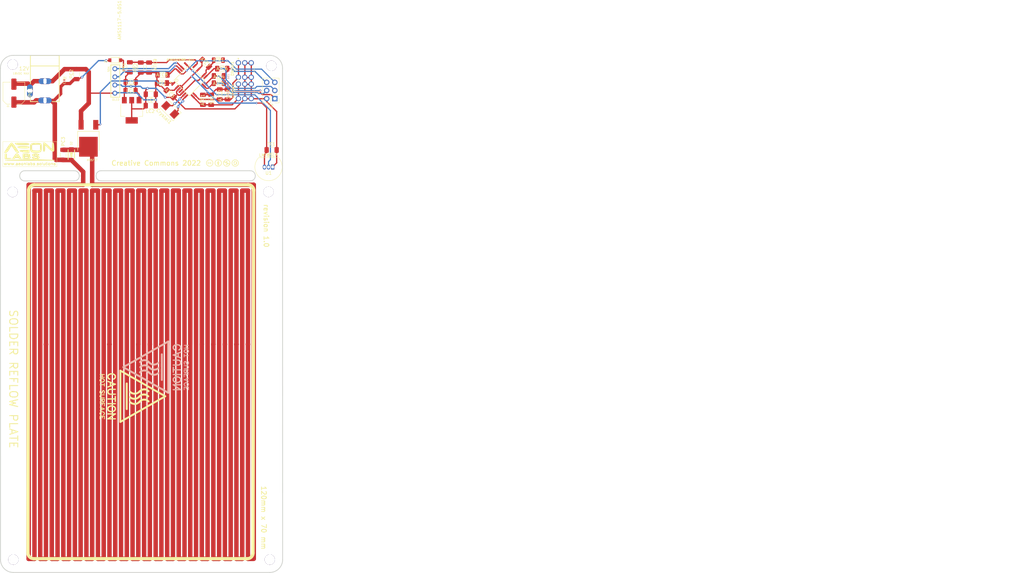
<source format=kicad_pcb>
(kicad_pcb (version 20211014) (generator pcbnew)
  (title_block (title "Hot Plate") (date "2022-02-28") (rev "1.0") (company "AeonLabs") (comment 1 "Creative Commons 2022"))
  (layers (0 "F.Cu" signal) (31 "B.Cu" signal) (34 "B.Paste" user) (35 "F.Paste" user) (36 "B.SilkS" user "B.Silkscreen") (37 "F.SilkS" user "F.Silkscreen") (38 "B.Mask" user) (39 "F.Mask" user) (44 "Edge.Cuts" user))
  (net 0 "")
  (net 1 "/5V0")
  (net 2 "/VIN-D")
  (net 3 "/GND")
  (net 4 "UPSW")
  (net 5 "DNSW")
  (net 6 "MISO")
  (net 7 "MOSI")
  (net 8 "SCK")
  (net 9 "Reset")
  (net 10 "VccDiv")
  (net 11 "Net-(ATMEGA328P-AU1-Pad8)")
  (net 12 "Net-(ATMEGA328P-AU1-Pad7)")
  (net 13 "Gate")
  (net 14 "Element")
  (net 15 "0V")
  (net 18 "SCKOLED")
  (net 19 "SDAOLED")
  (net 22 "VCC")
  (net 28 "TempData")
  (net 33 "GATE")
  (net 34 "5V+")
  (net 35 "VIN-D")
  (footprint "Capacitor_SMD:C_1206_3216Metric_Pad1.33x1.80mm_HandSolder" (layer "F.Cu") (at 121.86973 32.59989 180)
    (fp_text reference "LC1")
    (fp_text value "22uF")
  )
  (footprint "Button_Switch_Keyboard:K85851EN1" (layer "F.Cu") (at 155.49973 30.52239 -90)
    (fp_text reference "UPSW1")
    (fp_text value "K8-5851E-N1" hide)
  )
  (footprint "Capacitor_SMD:C_1206_3216Metric_Pad1.33x1.80mm_HandSolder" (layer "F.Cu") (at 150.44973 25.69989)
    (fp_text reference "ATC6")
    (fp_text value "10nF")
  )
  (footprint "Capacitor_SMD:C_1206_3216Metric_Pad1.33x1.80mm_HandSolder" (layer "F.Cu") (at 131.83973 27.61989)
    (fp_text reference "ATC8")
    (fp_text value "10nF")
  )
  (footprint "AeonLabs:aeon logo www" (layer "F.Cu") (at 90.47973 52.30989)
    (fp_text reference "G***" hide)
    (fp_text value "LOGO" hide)
  )
  (footprint "Capacitor_SMD:C_1206_3216Metric_Pad1.33x1.80mm_HandSolder" (layer "F.Cu") (at 121.89973 29.84989 180)
    (fp_text reference "LC3")
    (fp_text value "100nF")
  )
  (footprint "Capacitor_SMD:C_1206_3216Metric_Pad1.33x1.80mm_HandSolder" (layer "F.Cu") (at 128.15973 37.23989)
    (fp_text reference "LC2")
    (fp_text value "22uF")
  )
  (footprint "easyeda:SOD-882_L1.0-W0.6-BI" (layer "F.Cu") (at 101.17973 29.58989 -90)
    (fp_text reference "D1")
    (fp_text value "PESDMC2FD18VB" hide)
  )
  (footprint "Capacitor_SMD:C_1206_3216Metric_Pad1.33x1.80mm_HandSolder" (layer "F.Cu") (at 145.23973 24.01989 135)
    (fp_text reference "ATC7")
    (fp_text value "10nF")
  )
  (footprint "easyeda:TO-252-2_L6.6-W6.1-P4.57-LS9.9-BR-CW" (layer "F.Cu") (at 108.71973 46.64439 90)
    (fp_text reference "MOSFET")
    (fp_text value "UMW30N06" hide)
  )
  (footprint "Connector_PinHeader_2.54mm:PinHeader_2x03_P2.54mm_Vertical" (layer "F.Cu") (at 166.85473 35.04489 180)
    (fp_text reference "J2")
    (fp_text value "ICSP")
  )
  (footprint "Capacitor_SMD:C_1206_3216Metric_Pad1.33x1.80mm_HandSolder" (layer "F.Cu") (at 149.39973 30.22989)
    (fp_text reference "ATC5")
    (fp_text value "10nF")
  )
  (footprint "Capacitor_SMD:C_1206_3216Metric_Pad1.33x1.80mm_HandSolder" (layer "F.Cu") (at 144.42973 35.40989 -90)
    (fp_text reference "ATC1")
    (fp_text value "10nF")
  )
  (footprint "Capacitor_SMD:C_1206_3216Metric_Pad1.33x1.80mm_HandSolder" (layer "F.Cu") (at 121.63973 25.26989 90)
    (fp_text reference "PR1")
    (fp_text value "3K")
  )
  (footprint "Capacitor_SMD:C_1206_3216Metric_Pad1.33x1.80mm_HandSolder" (layer "F.Cu") (at 165.86853 51.06989 180)
    (fp_text reference "TC1")
    (fp_text value "100nF")
  )
  (footprint "easyeda:SOD-123_L2.8-W1.8-LS3.7-RD" (layer "F.Cu") (at 117.08973 23.04989 180)
    (fp_text reference "D3")
    (fp_text value "DSR1M_C908221" hide)
  )
  (footprint "Capacitor_SMD:C_1206_3216Metric_Pad1.33x1.80mm_HandSolder" (layer "F.Cu") (at 127.63973 25.34989 -90)
    (fp_text reference "ATC9")
    (fp_text value "100nF")
  )
  (footprint "Capacitor_SMD:C_1206_3216Metric_Pad1.33x1.80mm_HandSolder" (layer "F.Cu") (at 100.83973 52.59989 90)
    (fp_text reference "PC3")
    (fp_text value "1nF")
  )
  (footprint "Resistor_SMD:R_1206_3216Metric" (layer "F.Cu") (at 149.23973 23.04989)
    (fp_text reference "ATR1")
    (fp_text value "10K")
  )
  (footprint "Button_Switch_Keyboard:K85851EN1" (layer "F.Cu") (at 155.48973 23.88239 -90)
    (fp_text reference "DNSW1")
    (fp_text value "K8-5851E-N1" hide)
  )
  (footprint "Capacitor_SMD:C_1206_3216Metric_Pad1.33x1.80mm_HandSolder" (layer "F.Cu") (at 105.02973 27.39989 90)
    (fp_text reference "PC2")
    (fp_text value "100nF")
  )
  (footprint "Capacitor_SMD:C_1206_3216Metric_Pad1.33x1.80mm_HandSolder" (layer "F.Cu") (at 125.04973 25.34989 90)
    (fp_text reference "PR2")
    (fp_text value "1K")
  )
  (footprint "Package_TO_SOT_SMD:SOT-223-3_TabPin2" (layer "F.Cu") (at 122.21973 38.68989 -90)
    (fp_text reference "AMS1117-5.0S1")
    (fp_text value "AMS1117-5.0S")
  )
  (footprint "ATMEGA328P-AU:ATMEGA328P-AU" (layer "F.Cu") (at 140.20973 29.32989 45)
    (fp_text reference "ATMEGA328P-AU1")
    (fp_text value "ATMEGA328P-AU")
  )
  (footprint "Capacitor_SMD:C_1206_3216Metric_Pad1.33x1.80mm_HandSolder" (layer "F.Cu") (at 134.20973 33.54989 -45)
    (fp_text reference "ATC3")
    (fp_text value "10nF")
  )
  (footprint "Capacitor_SMD:C_1206_3216Metric_Pad1.33x1.80mm_HandSolder" (layer "F.Cu") (at 128.16973 33.67989)
    (fp_text reference "LC4")
    (fp_text value "100nF")
  )
  (footprint "easyeda:OLED_0.91_128X32" (layer "F.Cu") (at 114.43973 23.17989)
    (fp_text reference "OLED")
    (fp_text value "SDA")
  )
  (footprint "easyeda:SOD-123_L2.8-W1.8-LS3.7-FD" (layer "F.Cu") (at 103.39973 52.50989 -90)
    (fp_text reference "D2")
    (fp_text value "MM1Z24" hide)
  )
  (footprint "Capacitor_SMD:CP_Elec_6.3x5.9" (layer "F.Cu") (at 85.47973 33.33989 90)
    (fp_text reference "PC1")
    (fp_text value "100uF")
  )
  (footprint "easyeda:DC-IN-TH_DC-005-5A-2.5" (layer "F.Cu") (at 92.81473 32.60239 -90)
    (fp_text reference "12V")
    (fp_text value "DC-005-5A-2.5" hide)
  )
  (footprint "Capacitor_SMD:C_1206_3216Metric_Pad1.33x1.80mm_HandSolder" (layer "F.Cu") (at 131.64973 30.17989 180)
    (fp_text reference "HR1")
    (fp_text value "10K")
  )
  (footprint "Capacitor_SMD:C_1206_3216Metric_Pad1.33x1.80mm_HandSolder" (layer "F.Cu") (at 149.66973 33.72989 -90)
    (fp_text reference "ATC2")
    (fp_text value "10nF")
  )
  (footprint "Capacitor_SMD:C_1206_3216Metric_Pad1.33x1.80mm_HandSolder" (layer "F.Cu") (at 149.40973 27.96989)
    (fp_text reference "ATC4")
    (fp_text value "10nF")
  )
  (footprint "Crystal:Crystal_SMD_5032-2Pin_5.0x3.2mm" (layer "F.Cu") (at 134.23973 38.55989 135)
    (fp_text reference "Crystal1")
    (fp_text value "16Mhz")
  )
  (footprint "Capacitor_SMD:C_1206_3216Metric_Pad1.33x1.80mm_HandSolder" (layer "F.Cu") (at 152.10973 33.72989 90)
    (fp_text reference "SR2")
    (fp_text value "10K")
  )
  (footprint "Sensor:LMT85LP" (layer "F.Cu") (at 166.16853 56.419015 180)
    (fp_text reference "U1")
    (fp_text value "LMT85LP")
  )
  (footprint "AeonLabs:aeon creative commons logos" (layer "F.Cu") (at 150.50973 55.08989)
    (fp_text reference "G***" hide)
    (fp_text value "LOGO" hide)
  )
  (footprint "Capacitor_SMD:C_1206_3216Metric_Pad1.33x1.80mm_HandSolder" (layer "F.Cu") (at 147.00973 35.42989 90)
    (fp_text reference "SR1")
    (fp_text value "10K")
  )
  (gr_line (start 137.478818 122.996188) (end 137.478818 122.561848) (layer "B.SilkS") (width 0.4))
  (gr_line (start 135.187738 118.218448) (end 136.823498 118.218448) (layer "B.SilkS") (width 0.4))
  (gr_line (start 139.868908 117.237478) (end 139.932408 117.427978) (layer "B.SilkS") (width 0.24))
  (gr_line (start 135.296958 113.179088) (end 135.515398 113.397528) (layer "B.SilkS") (width 0.4))
  (gr_line (start 139.170408 117.364478) (end 139.106908 117.237478) (layer "B.SilkS") (width 0.24))
  (gr_line (start 138.723368 120.559798) (end 138.659868 120.496298) (layer "B.SilkS") (width 0.24))
  (gr_line (start 138.596368 124.110718) (end 138.596368 124.364718) (layer "B.SilkS") (width 0.24))
  (gr_line (start 137.478818 114.225568) (end 135.187738 115.099328) (layer "B.SilkS") (width 0.4))
  (gr_line (start 139.932408 114.016758) (end 139.932408 113.762758) (layer "B.SilkS") (width 0.24))
  (gr_line (start 139.551408 118.421118) (end 138.596368 118.421118) (layer "B.SilkS") (width 0.24))
  (gr_line (start 139.932408 115.263898) (end 138.596368 115.263898) (layer "B.SilkS") (width 0.24))
  (gr_line (start 138.916408 117.110478) (end 138.786868 117.110478) (layer "B.SilkS") (width 0.24))
  (gr_line (start 139.868908 114.143758) (end 139.932408 114.016758) (layer "B.SilkS") (width 0.24))
  (gr_line (start 135.515398 113.397528) (end 135.733838 113.506748) (layer "B.SilkS") (width 0.4))
  (gr_arc (start 129.209668 119.669991) (mid 128.470567 119.522975) (end 127.843988 119.104308) (layer "B.SilkS") (width 0.6))
  (gr_line (start 135.296958 123.214628) (end 135.515398 123.433068) (layer "B.SilkS") (width 0.4))
  (gr_line (start 137.369598 112.305328) (end 137.151158 112.086888) (layer "B.SilkS") (width 0.4))
  (gr_line (start 138.916408 114.334258) (end 139.106908 114.400298) (layer "B.SilkS") (width 0.24))
  (gr_line (start 138.786868 113.508758) (end 138.659868 113.635758) (layer "B.SilkS") (width 0.24))
  (gr_line (start 135.515398 112.086888) (end 135.296958 112.305328) (layer "B.SilkS") (width 0.4))
  (gr_line (start 139.868908 118.611618) (end 139.741908 118.484618) (layer "B.SilkS") (width 0.24))
  (gr_line (start 139.551408 118.002018) (end 139.424408 117.935978) (layer "B.SilkS") (width 0.24))
  (gr_line (start 135.187738 122.561848) (end 135.187738 122.996188) (layer "B.SilkS") (width 0.4))
  (gr_line (start 135.187738 122.996188) (end 135.296958 123.214628) (layer "B.SilkS") (width 0.4))
  (gr_line (start 139.106908 113.381758) (end 138.916408 113.445258) (layer "B.SilkS") (width 0.24))
  (gr_line (start 139.233908 112.960118) (end 139.233908 112.071118) (layer "B.SilkS") (width 0.24))
  (gr_line (start 139.233908 121.552938) (end 139.233908 121.042398) (layer "B.SilkS") (width 0.24))
  (gr_line (start 135.187738 120.466348) (end 135.187738 118.939808) (layer "B.SilkS") (width 0.4))
  (gr_line (start 139.424408 113.381758) (end 139.106908 113.381758) (layer "B.SilkS") (width 0.24))
  (gr_line (start 137.151158 118.109228) (end 137.369598 117.890788) (layer "B.SilkS") (width 0.4))
  (gr_line (start 139.932408 125.929358) (end 139.932408 125.103858) (layer "B.SilkS") (width 0.24))
  (gr_line (start 139.741908 119.249158) (end 139.868908 119.119618) (layer "B.SilkS") (width 0.24))
  (gr_line (start 133.609688 126.869898) (end 119.609738 118.869888) (layer "B.SilkS") (width 0.6))
  (gr_arc (start 130.506748 117.504258) (mid 129.880165 117.92293) (end 129.141058 118.069948) (layer "B.SilkS") (width 0.6))
  (gr_line (start 139.932408 121.042398) (end 138.596368 121.042398) (layer "B.SilkS") (width 0.24))
  (gr_line (start 139.932408 119.731758) (end 138.596368 119.731758) (layer "B.SilkS") (width 0.24))
  (gr_arc (start 129.141058 121.269938) (mid 128.401958 121.122923) (end 127.775378 120.704258) (layer "B.SilkS") (width 0.6))
  (gr_line (start 137.151158 112.086888) (end 136.932718 111.980208) (layer "B.SilkS") (width 0.4))
  (gr_line (start 137.478818 124.372868) (end 135.187738 124.372868) (layer "B.SilkS") (width 0.4))
  (gr_line (start 135.515398 122.124968) (end 135.296958 122.343408) (layer "B.SilkS") (width 0.4))
  (gr_line (start 139.170408 120.496298) (end 139.106908 120.559798) (layer "B.SilkS") (width 0.24))
  (gr_line (start 136.061498 111.870988) (end 135.733838 111.980208) (layer "B.SilkS") (width 0.4))
  (gr_line (start 137.478818 117.347228) (end 137.369598 117.019568) (layer "B.SilkS") (width 0.4))
  (gr_line (start 139.741908 118.484618) (end 139.551408 118.421118) (layer "B.SilkS") (width 0.24))
  (gr_line (start 139.233908 120.303258) (end 139.170408 120.496298) (layer "B.SilkS") (width 0.24))
  (gr_line (start 139.932408 118.802118) (end 139.868908 118.611618) (layer "B.SilkS") (width 0.24))
  (gr_line (start 139.424408 114.400298) (end 139.614908 114.334258) (layer "B.SilkS") (width 0.24))
  (gr_line (start 137.369598 117.890788) (end 137.478818 117.565668) (layer "B.SilkS") (width 0.4))
  (gr_line (start 135.187738 112.960648) (end 135.296958 113.179088) (layer "B.SilkS") (width 0.4))
  (gr_line (start 139.868908 117.872478) (end 139.741908 118.002018) (layer "B.SilkS") (width 0.24))
  (gr_line (start 137.478818 112.523768) (end 137.369598 112.305328) (layer "B.SilkS") (width 0.4))
  (gr_line (start 139.932408 120.623298) (end 139.233908 120.176258) (layer "B.SilkS") (width 0.24))
  (gr_line (start 139.741908 124.618718) (end 139.868908 124.491718) (layer "B.SilkS") (width 0.24))
  (gr_line (start 139.297408 117.745478) (end 139.170408 117.364478) (layer "B.SilkS") (width 0.24))
  (gr_line (start 137.369598 122.343408) (end 137.151158 122.124968) (layer "B.SilkS") (width 0.4))
  (gr_line (start 135.515398 123.433068) (end 135.733838 123.542288) (layer "B.SilkS") (width 0.4))
  (gr_line (start 136.932718 123.542288) (end 137.151158 123.433068) (layer "B.SilkS") (width 0.4))
  (gr_line (start 139.043408 117.173978) (end 138.916408 117.110478) (layer "B.SilkS") (width 0.24))
  (gr_line (start 139.551408 119.312658) (end 139.741908 119.249158) (layer "B.SilkS") (width 0.24))
  (gr_line (start 136.932718 111.980208) (end 136.605058 111.870988) (layer "B.SilkS") (width 0.4))
  (gr_arc (start 126.175408 116.704215) (mid 126.914509 116.851231) (end 127.541088 117.269898) (layer "B.SilkS") (width 0.6))
  (gr_line (start 135.296958 122.343408) (end 135.187738 122.561848) (layer "B.SilkS") (width 0.4))
  (gr_line (start 137.478818 122.561848) (end 137.369598 122.343408) (layer "B.SilkS") (width 0.4))
  (gr_line (start 137.151158 116.801128) (end 136.823498 116.691908) (layer "B.SilkS") (width 0.4))
  (gr_line (start 138.596368 114.016758) (end 138.659868 114.143758) (layer "B.SilkS") (width 0.24))
  (gr_line (start 139.106908 117.237478) (end 139.043408 117.173978) (layer "B.SilkS") (width 0.24))
  (gr_line (start 139.932408 124.364718) (end 139.932408 124.110718) (layer "B.SilkS") (width 0.24))
  (gr_line (start 136.061498 123.651508) (end 136.605058 123.651508) (layer "B.SilkS") (width 0.4))
  (gr_line (start 139.741908 117.110478) (end 139.868908 117.237478) (layer "B.SilkS") (width 0.24))
  (gr_line (start 137.369598 113.179088) (end 137.478818 112.960648) (layer "B.SilkS") (width 0.4))
  (gr_line (start 138.916408 113.445258) (end 138.786868 113.508758) (layer "B.SilkS") (width 0.24))
  (gr_line (start 138.596368 121.870438) (end 138.596368 121.042398) (layer "B.SilkS") (width 0.24))
  (gr_line (start 138.596368 117.681978) (end 138.659868 117.872478) (layer "B.SilkS") (width 0.24))
  (gr_line (start 139.868908 119.119618) (end 139.932408 118.929118) (layer "B.SilkS") (width 0.24))
  (gr_arc (start 124.80973 120.46989) (mid 125.436309 120.051224) (end 126.175408 119.904208) (layer "B.SilkS") (width 0.6))
  (gr_line (start 137.151158 122.124968) (end 136.932718 122.015748) (layer "B.SilkS") (width 0.4))
  (gr_arc (start 126.244018 118.304258) (mid 126.983118 118.451273) (end 127.609698 118.869938) (layer "B.SilkS") (width 0.6))
  (gr_line (start 127.775388 117.504278) (end 127.541098 117.269868) (layer "B.SilkS") (width 0.6))
  (gr_line (start 139.932408 117.681978) (end 139.868908 117.872478) (layer "B.SilkS") (width 0.24))
  (gr_line (start 154.66993 32.8396) (end 162.46993 32.8396) (layer "B.SilkS") (width 0.36))
  (gr_line (start 137.478818 121.185168) (end 135.187738 121.185168) (layer "B.SilkS") (width 0.4))
  (gr_line (start 135.733838 123.542288) (end 136.061498 123.651508) (layer "B.SilkS") (width 0.4))
  (gr_line (start 136.061498 121.906528) (end 135.733838 122.015748) (layer "B.SilkS") (width 0.4))
  (gr_line (start 137.478818 119.701808) (end 135.187738 119.701808) (layer "B.SilkS") (width 0.4))
  (gr_line (start 139.868908 124.491718) (end 139.932408 124.364718) (layer "B.SilkS") (width 0.24))
  (gr_line (start 139.932408 117.427978) (end 139.932408 117.681978) (layer "B.SilkS") (width 0.24))
  (gr_arc (start 124.809723 117.269893) (mid 125.436305 116.851225) (end 126.175408 116.704208) (layer "B.SilkS") (width 0.6))
  (gr_line (start 139.741908 123.854178) (end 139.614908 123.790678) (layer "B.SilkS") (width 0.24))
  (gr_arc (start 130.575346 119.104306) (mid 129.948767 119.522972) (end 129.209668 119.669988) (layer "B.SilkS") (width 0.6))
  (gr_line (start 137.478818 115.970548) (end 135.187738 115.099328) (layer "B.SilkS") (width 0.4))
  (gr_line (start 137.478818 125.899408) (end 135.187738 125.899408) (layer "B.SilkS") (width 0.4))
  (gr_arc (start 124.878333 118.869943) (mid 125.504915 118.451275) (end 126.244018 118.304258) (layer "B.SilkS") (width 0.6))
  (gr_line (start 139.614908 123.790678) (end 139.424408 123.727178) (layer "B.SilkS") (width 0.24))
  (gr_line (start 139.233908 119.731758) (end 139.233908 120.303258) (layer "B.SilkS") (width 0.24))
  (gr_line (start 137.369598 123.214628) (end 137.478818 122.996188) (layer "B.SilkS") (width 0.4))
  (gr_line (start 138.786868 124.618718) (end 138.916408 124.682218) (layer "B.SilkS") (width 0.24))
  (gr_line (start 138.786868 114.270758) (end 138.916408 114.334258) (layer "B.SilkS") (width 0.24))
  (gr_line (start 127.843968 119.104298) (end 127.609748 118.869888) (layer "B.SilkS") (width 0.6))
  (gr_line (start 138.596368 119.312658) (end 139.551408 119.312658) (layer "B.SilkS") (width 0.24))
  (gr_line (start 139.932408 124.110718) (end 139.868908 123.983718) (layer "B.SilkS") (width 0.24))
  (gr_line (start 131.609688 122.869908) (end 131.609688 114.869898) (layer "B.SilkS") (width 0.6))
  (gr_line (start 139.360908 117.872478) (end 139.297408 117.745478) (layer "B.SilkS") (width 0.24))
  (gr_line (start 138.850368 120.623298) (end 138.723368 120.559798) (layer "B.SilkS") (width 0.24))
  (gr_line (start 136.714278 115.645428) (end 136.714278 114.553228) (layer "B.SilkS") (width 0.4))
  (gr_line (start 139.424408 123.727178) (end 139.106908 123.727178) (layer "B.SilkS") (width 0.24))
  (gr_line (start 136.605058 111.870988) (end 136.061498 111.870988) (layer "B.SilkS") (width 0.4))
  (gr_line (start 135.733838 122.015748) (end 135.515398 122.124968) (layer "B.SilkS") (width 0.4))
  (gr_line (start 138.659868 124.491718) (end 138.786868 124.618718) (layer "B.SilkS") (width 0.24))
  (gr_line (start 139.106908 123.727178) (end 138.916408 123.790678) (layer "B.SilkS") (width 0.24))
  (gr_line (start 138.596368 120.303258) (end 138.596368 119.731758) (layer "B.SilkS") (width 0.24))
  (gr_line (start 119.609738 118.869888) (end 133.609688 110.869878) (layer "B.SilkS") (width 0.6))
  (gr_line (start 133.609688 126.869898) (end 133.609688 110.869878) (layer "B.SilkS") (width 0.6))
  (gr_line (start 139.932408 122.289538) (end 138.596368 122.800078) (layer "B.SilkS") (width 0.24))
  (gr_line (start 139.614908 114.334258) (end 139.741908 114.270758) (layer "B.SilkS") (width 0.24))
  (gr_arc (start 130.506743 120.704253) (mid 129.880161 121.122921) (end 129.141058 121.269938) (layer "B.SilkS") (width 0.6))
  (gr_line (start 135.187738 112.523768) (end 135.187738 112.960648) (layer "B.SilkS") (width 0.4))
  (gr_line (start 138.659868 117.872478) (end 138.786868 118.002018) (layer "B.SilkS") (width 0.24))
  (gr_line (start 139.741908 113.508758) (end 139.614908 113.445258) (layer "B.SilkS") (width 0.24))
  (gr_line (start 138.596368 125.929358) (end 138.596368 125.103858) (layer "B.SilkS") (width 0.24))
  (gr_line (start 137.369598 117.019568) (end 137.151158 116.801128) (layer "B.SilkS") (width 0.4))
  (gr_line (start 138.659868 123.983718) (end 138.596368 124.110718) (layer "B.SilkS") (width 0.24))
  (gr_line (start 138.596368 117.427978) (end 138.596368 117.681978) (layer "B.SilkS") (width 0.24))
  (gr_line (start 139.614908 113.445258) (end 139.424408 113.381758) (layer "B.SilkS") (width 0.24))
  (gr_line (start 138.786868 117.110478) (end 138.659868 117.237478) (layer "B.SilkS") (width 0.24))
  (gr_line (start 136.932718 113.506748) (end 137.151158 113.397528) (layer "B.SilkS") (width 0.4))
  (gr_line (start 138.786868 123.854178) (end 138.659868 123.983718) (layer "B.SilkS") (width 0.24))
  (gr_line (start 138.596368 113.762758) (end 138.596368 114.016758) (layer "B.SilkS") (width 0.24))
  (gr_line (start 139.424408 117.935978) (end 139.360908 117.872478) (layer "B.SilkS") (width 0.24))
  (gr_line (start 136.605058 121.906528) (end 136.061498 121.906528) (layer "B.SilkS") (width 0.4))
  (gr_line (start 135.296958 112.305328) (end 135.187738 112.523768) (layer "B.SilkS") (width 0.4))
  (gr_line (start 139.932408 113.762758) (end 139.868908 113.635758) (layer "B.SilkS") (width 0.24))
  (gr_line (start 137.478818 125.899408) (end 135.187738 124.372868) (layer "B.SilkS") (width 0.4))
  (gr_line (start 137.151158 123.433068) (end 137.369598 123.214628) (layer "B.SilkS") (width 0.4))
  (gr_line (start 137.478818 112.960648) (end 137.478818 112.523768) (layer "B.SilkS") (width 0.4))
  (gr_line (start 139.932408 112.071118) (end 138.596368 112.071118) (layer "B.SilkS") (width 0.24))
  (gr_line (start 138.659868 114.143758) (end 138.786868 114.270758) (layer "B.SilkS") (width 0.24))
  (gr_line (start 139.741908 114.270758) (end 139.868908 114.143758) (layer "B.SilkS") (width 0.24))
  (gr_line (start 138.596368 124.364718) (end 138.659868 124.491718) (layer "B.SilkS") (width 0.24))
  (gr_line (start 136.823498 118.218448) (end 137.151158 118.109228) (layer "B.SilkS") (width 0.4))
  (gr_line (start 139.868908 123.983718) (end 139.741908 123.854178) (layer "B.SilkS") (width 0.24))
  (gr_line (start 138.659868 113.635758) (end 138.596368 113.762758) (layer "B.SilkS") (width 0.24))
  (gr_line (start 139.932408 118.929118) (end 139.932408 118.802118) (layer "B.SilkS") (width 0.24))
  (gr_line (start 136.823498 116.691908) (end 135.187738 116.691908) (layer "B.SilkS") (width 0.4))
  (gr_line (start 138.916408 123.790678) (end 138.786868 123.854178) (layer "B.SilkS") (width 0.24))
  (gr_line (start 138.659868 117.237478) (end 138.596368 117.427978) (layer "B.SilkS") (width 0.24))
  (gr_line (start 139.932408 112.960118) (end 138.596368 112.960118) (layer "B.SilkS") (width 0.24))
  (gr_line (start 139.487908 123.117578) (end 139.487908 122.480038) (layer "B.SilkS") (width 0.24))
  (gr_arc (start 126.175408 119.904205) (mid 126.914509 120.051221) (end 127.541088 120.469888) (layer "B.SilkS") (width 0.6))
  (gr_line (start 139.932408 125.103858) (end 138.596368 125.103858) (layer "B.SilkS") (width 0.24))
  (gr_line (start 136.605058 123.651508) (end 136.932718 123.542288) (layer "B.SilkS") (width 0.4))
  (gr_line (start 139.106908 120.559798) (end 138.979908 120.623298) (layer "B.SilkS") (width 0.24))
  (gr_line (start 137.151158 113.397528) (end 137.369598 113.179088) (layer "B.SilkS") (width 0.4))
  (gr_line (start 127.775388 120.704198) (end 127.541098 120.469808) (layer "B.SilkS") (width 0.6))
  (gr_arc (start 129.141058 118.069941) (mid 128.401957 117.922925) (end 127.775378 117.504258) (layer "B.SilkS") (width 0.6))
  (gr_line (start 139.932408 123.308078) (end 138.596368 122.800078) (layer "B.SilkS") (width 0.24))
  (gr_line (start 136.932718 122.015748) (end 136.605058 121.906528) (layer "B.SilkS") (width 0.4))
  (gr_line (start 139.741908 118.002018) (end 139.551408 118.002018) (layer "B.SilkS") (width 0.24))
  (gr_line (start 139.106908 114.400298) (end 139.424408 114.400298) (layer "B.SilkS") (width 0.24))
  (gr_line (start 139.868908 113.635758) (end 139.741908 113.508758) (layer "B.SilkS") (width 0.24))
  (gr_line (start 138.979908 120.623298) (end 138.850368 120.623298) (layer "B.SilkS") (width 0.24))
  (gr_line (start 138.596368 115.710938) (end 138.596368 114.819398) (layer "B.SilkS") (width 0.24))
  (gr_line (start 138.659868 120.496298) (end 138.596368 120.303258) (layer "B.SilkS") (width 0.24))
  (gr_line (start 139.614908 124.682218) (end 139.741908 124.618718) (layer "B.SilkS") (width 0.24))
  (gr_line (start 135.733838 111.980208) (end 135.515398 112.086888) (layer "B.SilkS") (width 0.4))
  (gr_line (start 139.233908 125.611858) (end 139.233908 125.103858) (layer "B.SilkS") (width 0.24))
  (gr_line (start 137.478818 117.565668) (end 137.478818 117.347228) (layer "B.SilkS") (width 0.4))
  (gr_line (start 117.098698 125.787553) (end 115.462938 125.787553) (layer "F.SilkS") (width 0.4))
  (gr_line (start 117.098698 134.995053) (end 114.807618 134.995053) (layer "F.SilkS") (width 0.4))
  (gr_line (start 113.690068 123.915043) (end 113.690068 124.806583) (layer "F.SilkS") (width 0.24))
  (gr_line (start 117.098698 131.657493) (end 116.989478 131.439053) (layer "F.SilkS") (width 0.4))
  (gr_line (start 112.417528 128.215263) (end 112.544528 128.344803) (layer "F.SilkS") (width 0.24))
  (gr_line (start 116.552598 121.075853) (end 116.224938 120.966633) (layer "F.SilkS") (width 0.4))
  (gr_line (start 113.052528 129.398903) (end 113.052528 128.827403) (layer "F.SilkS") (width 0.24))
  (gr_arc (start 124.442448 128.199953) (mid 123.815869 128.61862) (end 123.076768 128.765636) (layer "F.SilkS") (width 0.6))
  (gr_line (start 112.671528 132.886323) (end 112.544528 132.949823) (layer "F.SilkS") (width 0.24))
  (gr_line (start 116.771038 131.220613) (end 116.552598 131.111393) (layer "F.SilkS") (width 0.4))
  (gr_line (start 113.690068 126.777623) (end 113.690068 126.523623) (layer "F.SilkS") (width 0.24))
  (gr_line (start 115.353718 121.075853) (end 115.135278 121.182533) (layer "F.SilkS") (width 0.4))
  (gr_arc (start 124.745348 126.365543) (mid 125.371927 125.946876) (end 126.111028 125.79986) (layer "F.SilkS") (width 0.6))
  (gr_arc (start 158.48977 61.94989) (mid 159.762562 62.477098) (end 160.28977 63.74989) (layer "F.SilkS") (width 1))
  (gr_line (start 114.807618 132.091833) (end 114.916838 132.310273) (layer "F.SilkS") (width 0.4))
  (gr_line (start 114.807618 126.442873) (end 114.807618 126.661313) (layer "F.SilkS") (width 0.4))
  (gr_line (start 115.135278 131.220613) (end 114.916838 131.439053) (layer "F.SilkS") (width 0.4))
  (gr_arc (start 123.076768 128.765633) (mid 122.337669 128.618617) (end 121.71109 128.199951) (layer "F.SilkS") (width 0.6))
  (gr_arc (start 90.08973 63.74989) (mid 90.616938 62.477098) (end 91.88973 61.94989) (layer "F.SilkS") (width 1))
  (gr_line (start 112.354028 122.858403) (end 112.354028 123.112403) (layer "F.SilkS") (width 0.24))
  (gr_arc (start 90.08973 63.74989) (mid 90.616935 62.477105) (end 91.88972 61.9499) (layer "F.SilkS") (width 1))
  (gr_line (start 116.989478 131.439053) (end 116.771038 131.220613) (layer "F.SilkS") (width 0.4))
  (gr_line (start 115.681378 120.966633) (end 115.353718 121.075853) (layer "F.SilkS") (width 0.4))
  (gr_line (start 113.690068 128.827403) (end 113.690068 129.398903) (layer "F.SilkS") (width 0.24))
  (gr_arc (start 124.745348 129.565533) (mid 125.371927 129.146866) (end 126.111028 128.99985) (layer "F.SilkS") (width 0.6))
  (gr_line (start 112.544528 123.366403) (end 112.671528 123.429903) (layer "F.SilkS") (width 0.24))
  (gr_line (start 114.916838 131.439053) (end 114.807618 131.657493) (layer "F.SilkS") (width 0.4))
  (gr_line (start 113.690068 127.516763) (end 112.735028 127.516763) (layer "F.SilkS") (width 0.24))
  (gr_line (start 112.544528 127.097663) (end 112.417528 126.968123) (layer "F.SilkS") (width 0.24))
  (gr_line (start 113.052528 134.199503) (end 113.052528 134.707503) (layer "F.SilkS") (width 0.24))
  (gr_line (start 112.417528 127.707263) (end 112.354028 127.897763) (layer "F.SilkS") (width 0.24))
  (gr_arc (start 126.111028 128.999853) (mid 126.850127 129.146869) (end 127.476706 129.565535) (layer "F.SilkS") (width 0.6))
  (gr_line (start 113.052528 130.138043) (end 113.052528 130.648583) (layer "F.SilkS") (width 0.24))
  (gr_line (start 114.916838 126.986433) (end 115.135278 127.204873) (layer "F.SilkS") (width 0.4))
  (gr_line (start 113.626568 122.731403) (end 113.499568 122.604403) (layer "F.SilkS") (width 0.24))
  (gr_line (start 112.417528 133.587363) (end 112.544528 133.714363) (layer "F.SilkS") (width 0.24))
  (gr_line (start 89.86966 176.85996) (end 90.08972 63.74989) (layer "F.SilkS") (width 1))
  (gr_line (start 114.916838 121.400973) (end 114.807618 121.619413) (layer "F.SilkS") (width 0.4))
  (gr_line (start 112.862028 123.495943) (end 113.179528 123.495943) (layer "F.SilkS") (width 0.24))
  (gr_line (start 112.417528 126.333123) (end 112.544528 126.206123) (layer "F.SilkS") (width 0.24))
  (gr_line (start 114.807618 121.619413) (end 114.807618 122.056293) (layer "F.SilkS") (width 0.4))
  (gr_line (start 112.354028 123.112403) (end 112.417528 123.239403) (layer "F.SilkS") (width 0.24))
  (gr_line (start 132.676698 127.965533) (end 118.676748 135.965543) (layer "F.SilkS") (width 0.6))
  (gr_line (start 113.690068 130.138043) (end 113.690068 130.966083) (layer "F.SilkS") (width 0.24))
  (gr_line (start 117.098698 124.194973) (end 114.807618 125.066193) (layer "F.SilkS") (width 0.4))
  (gr_line (start 113.626568 129.591943) (end 113.563068 129.655443) (layer "F.SilkS") (width 0.24))
  (gr_line (start 112.417528 133.079363) (end 112.354028 133.206363) (layer "F.SilkS") (width 0.24))
  (gr_line (start 113.626568 126.333123) (end 113.499568 126.206123) (layer "F.SilkS") (width 0.24))
  (gr_line (start 112.354028 134.199503) (end 112.354028 135.025003) (layer "F.SilkS") (width 0.24))
  (gr_line (start 112.354028 126.777623) (end 112.354028 126.523623) (layer "F.SilkS") (width 0.24))
  (gr_line (start 115.135278 132.528713) (end 115.353718 132.637933) (layer "F.SilkS") (width 0.4))
  (gr_line (start 116.771038 122.493173) (end 116.989478 122.274733) (layer "F.SilkS") (width 0.4))
  (gr_line (start 113.690068 131.895723) (end 112.354028 131.385183) (layer "F.SilkS") (width 0.24))
  (gr_line (start 113.116028 129.591943) (end 113.052528 129.398903) (layer "F.SilkS") (width 0.24))
  (gr_line (start 117.098698 132.091833) (end 117.098698 131.657493) (layer "F.SilkS") (width 0.4))
  (gr_line (start 112.544528 132.949823) (end 112.417528 133.079363) (layer "F.SilkS") (width 0.24))
  (gr_line (start 117.098698 130.280813) (end 114.807618 130.280813) (layer "F.SilkS") (width 0.4))
  (gr_line (start 112.354028 133.460363) (end 112.417528 133.587363) (layer "F.SilkS") (width 0.24))
  (gr_arc (start 123.145378 127.165593) (mid 122.406271 127.018575) (end 121.779688 126.599903) (layer "F.SilkS") (width 0.6))
  (gr_line (start 113.499568 132.949823) (end 113.370028 132.886323) (layer "F.SilkS") (width 0.24))
  (gr_line (start 113.690068 122.858403) (end 113.626568 122.731403) (layer "F.SilkS") (width 0.24))
  (gr_line (start 113.690068 133.460363) (end 113.690068 133.206363) (layer "F.SilkS") (width 0.24))
  (gr_line (start 117.098698 122.056293) (end 117.098698 121.619413) (layer "F.SilkS") (width 0.4))
  (gr_arc (start 126.042418 127.399903) (mid 126.781521 127.54692) (end 127.408103 127.965588) (layer "F.SilkS") (width 0.6))
  (gr_line (start 116.224938 131.002173) (end 115.681378 131.002173) (layer "F.SilkS") (width 0.4))
  (gr_line (start 116.771038 132.528713) (end 116.989478 132.310273) (layer "F.SilkS") (width 0.4))
  (gr_line (start 112.544528 128.344803) (end 112.735028 128.408303) (layer "F.SilkS") (width 0.24))
  (gr_line (start 115.135278 121.182533) (end 114.916838 121.400973) (layer "F.SilkS") (width 0.4))
  (gr_line (start 113.370028 123.429903) (end 113.499568 123.366403) (layer "F.SilkS") (width 0.24))
  (gr_line (start 114.916838 126.115213) (end 114.807618 126.442873) (layer "F.SilkS") (width 0.4))
  (gr_line (start 113.690068 121.166763) (end 112.354028 121.166763) (layer "F.SilkS") (width 0.24))
  (gr_line (start 113.243028 126.269623) (end 113.179528 126.333123) (layer "F.SilkS") (width 0.24))
  (gr_line (start 115.135278 125.896773) (end 114.916838 126.115213) (layer "F.SilkS") (width 0.4))
  (gr_line (start 117.098698 133.468513) (end 114.807618 134.995053) (layer "F.SilkS") (width 0.4))
  (gr_line (start 115.462938 125.787553) (end 115.135278 125.896773) (layer "F.SilkS") (width 0.4))
  (gr_line (start 114.807618 122.056293) (end 114.916838 122.274733) (layer "F.SilkS") (width 0.4))
  (gr_line (start 118.676748 119.965523) (end 118.676748 135.965543) (layer "F.SilkS") (width 0.6))
  (gr_line (start 112.417528 126.968123) (end 112.354028 126.777623) (layer "F.SilkS") (width 0.24))
  (gr_arc (start 124.511058 126.599903) (mid 123.884479 127.01857) (end 123.145378 127.165586) (layer "F.SilkS") (width 0.6))
  (gr_line (start 113.179528 122.477403) (end 112.862028 122.477403) (layer "F.SilkS") (width 0.24))
  (gr_line (start 115.135278 127.204873) (end 115.462938 127.314093) (layer "F.SilkS") (width 0.4))
  (gr_line (start 112.354028 128.024763) (end 112.417528 128.215263) (layer "F.SilkS") (width 0.24))
  (gr_line (start 112.354028 133.206363) (end 112.354028 133.460363) (layer "F.SilkS") (width 0.24))
  (gr_line (start 116.771038 121.182533) (end 116.552598 121.075853) (layer "F.SilkS") (width 0.4))
  (gr_line (start 113.690068 131.895723) (end 112.354028 132.403723) (layer "F.SilkS") (width 0.24))
  (gr_line (start 116.989478 121.400973) (end 116.771038 121.182533) (layer "F.SilkS") (width 0.4))
  (gr_line (start 113.499568 133.714363) (end 113.626568 133.587363) (layer "F.SilkS") (width 0.24))
  (gr_line (start 113.116028 126.460123) (end 112.989028 126.841123) (layer "F.SilkS") (width 0.24))
  (gr_line (start 113.690068 128.827403) (end 112.354028 128.827403) (layer "F.SilkS") (width 0.24))
  (gr_line (start 113.499568 127.097663) (end 113.626568 126.968123) (layer "F.SilkS") (width 0.24))
  (gr_line (start 117.098698 128.035453) (end 117.098698 129.561993) (layer "F.SilkS") (width 0.4))
  (gr_line (start 112.544528 122.604403) (end 112.417528 122.731403) (layer "F.SilkS") (width 0.24))
  (gr_line (start 114.807618 131.657493) (end 114.807618 132.091833) (layer "F.SilkS") (width 0.4))
  (gr_line (start 113.626568 123.239403) (end 113.690068 123.112403) (layer "F.SilkS") (width 0.24))
  (gr_line (start 114.916838 132.310273) (end 115.135278 132.528713) (layer "F.SilkS") (width 0.4))
  (gr_line (start 113.436068 129.718943) (end 113.306528 129.718943) (layer "F.SilkS") (width 0.24))
  (gr_line (start 113.306528 129.718943) (end 113.179528 129.655443) (layer "F.SilkS") (width 0.24))
  (gr_line (start 120.676748 123.965543) (end 120.676748 131.965553) (layer "F.SilkS") (width 0.6))
  (gr_line (start 112.862028 122.477403) (end 112.671528 122.540903) (layer "F.SilkS") (width 0.24))
  (gr_line (start 112.862028 132.822823) (end 112.671528 132.886323) (layer "F.SilkS") (width 0.24))
  (gr_line (start 112.417528 122.731403) (end 112.354028 122.858403) (layer "F.SilkS") (width 0.24))
  (gr_line (start 116.989478 122.274733) (end 117.098698 122.056293) (layer "F.SilkS") (width 0.4))
  (gr_line (start 117.098698 128.797453) (end 114.807618 128.797453) (layer "F.SilkS") (width 0.4))
  (gr_line (start 113.499568 123.366403) (end 113.626568 123.239403) (layer "F.SilkS") (width 0.24))
  (gr_line (start 124.676688 127.965533) (end 124.442468 128.199943) (layer "F.SilkS") (width 0.6))
  (gr_line (start 112.798528 131.575683) (end 112.798528 132.213223) (layer "F.SilkS") (width 0.24))
  (gr_line (start 124.745338 126.365513) (end 124.511048 126.599923) (layer "F.SilkS") (width 0.6))
  (gr_line (start 116.224938 132.747153) (end 116.552598 132.637933) (layer "F.SilkS") (width 0.4))
  (gr_line (start 113.370028 126.206123) (end 113.243028 126.269623) (layer "F.SilkS") (width 0.24))
  (gr_line (start 117.098698 124.194973) (end 114.807618 123.321213) (layer "F.SilkS") (width 0.4))
  (gr_line (start 113.690068 124.359543) (end 112.354028 124.359543) (layer "F.SilkS") (width 0.24))
  (gr_line (start 116.552598 132.637933) (end 116.771038 132.528713) (layer "F.SilkS") (width 0.4))
  (gr_line (start 113.370028 132.886323) (end 113.179528 132.822823) (layer "F.SilkS") (width 0.24))
  (gr_line (start 124.745338 129.565453) (end 124.511048 129.799843) (layer "F.SilkS") (width 0.6))
  (gr_line (start 113.052528 121.166763) (end 113.052528 122.055763) (layer "F.SilkS") (width 0.24))
  (gr_line (start 113.690068 130.138043) (end 112.354028 130.138043) (layer "F.SilkS") (width 0.24))
  (gr_line (start 113.690068 134.199503) (end 112.354028 134.199503) (layer "F.SilkS") (width 0.24))
  (gr_line (start 117.098698 133.468513) (end 114.807618 133.468513) (layer "F.SilkS") (width 0.4))
  (gr_arc (start 124.676738 127.965583) (mid 125.303318 127.546918) (end 126.042418 127.399903) (layer "F.SilkS") (width 0.6))
  (gr_line (start 116.224938 120.966633) (end 115.681378 120.966633) (layer "F.SilkS") (width 0.4))
  (gr_line (start 158.48973 61.94989) (end 91.88973 61.94989) (layer "F.SilkS") (width 1))
  (gr_line (start 115.462938 127.314093) (end 117.098698 127.314093) (layer "F.SilkS") (width 0.4))
  (gr_line (start 112.544528 127.580263) (end 112.417528 127.707263) (layer "F.SilkS") (width 0.24))
  (gr_arc (start 124.511058 129.799903) (mid 123.884478 130.218568) (end 123.145378 130.365583) (layer "F.SilkS") (width 0.6))
  (gr_line (start 113.370028 133.777863) (end 113.499568 133.714363) (layer "F.SilkS") (width 0.24))
  (gr_line (start 115.353718 131.111393) (end 115.135278 131.220613) (layer "F.SilkS") (width 0.4))
  (gr_line (start 113.626568 133.587363) (end 113.690068 133.460363) (layer "F.SilkS") (width 0.24))
  (gr_line (start 113.179528 126.333123) (end 113.116028 126.460123) (layer "F.SilkS") (width 0.24))
  (gr_line (start 112.735028 127.516763) (end 112.544528 127.580263) (layer "F.SilkS") (width 0.24))
  (gr_line (start 113.499568 126.206123) (end 113.370028 126.206123) (layer "F.SilkS") (width 0.24))
  (gr_line (start 113.626568 126.968123) (end 113.690068 126.777623) (layer "F.SilkS") (width 0.24))
  (gr_line (start 113.690068 122.055763) (end 112.354028 122.055763) (layer "F.SilkS") (width 0.24))
  (gr_line (start 117.098698 121.619413) (end 116.989478 121.400973) (layer "F.SilkS") (width 0.4))
  (gr_line (start 115.572158 123.648873) (end 115.572158 124.741073) (layer "F.SilkS") (width 0.4))
  (gr_line (start 113.690068 134.199503) (end 113.690068 135.025003) (layer "F.SilkS") (width 0.24))
  (gr_line (start 113.690068 133.206363) (end 113.626568 133.079363) (layer "F.SilkS") (width 0.24))
  (gr_line (start 116.989478 132.310273) (end 117.098698 132.091833) (layer "F.SilkS") (width 0.4))
  (gr_line (start 118.676748 119.965523) (end 132.676698 127.965533) (layer "F.SilkS") (width 0.6))
  (gr_line (start 114.807618 126.661313) (end 114.916838 126.986433) (layer "F.SilkS") (width 0.4))
  (gr_line (start 113.499568 122.604403) (end 113.370028 122.540903) (layer "F.SilkS") (width 0.24))
  (gr_line (start 112.862028 127.031623) (end 112.735028 127.097663) (layer "F.SilkS") (width 0.24))
  (gr_line (start 113.563068 129.655443) (end 113.436068 129.718943) (layer "F.SilkS") (width 0.24))
  (gr_line (start 115.681378 132.747153) (end 116.224938 132.747153) (layer "F.SilkS") (width 0.4))
  (gr_line (start 112.417528 123.239403) (end 112.544528 123.366403) (layer "F.SilkS") (width 0.24))
  (gr_line (start 113.690068 129.398903) (end 113.626568 129.591943) (layer "F.SilkS") (width 0.24))
  (gr_arc (start 91.66966 178.65996) (mid 90.396868 178.132752) (end 89.86966 176.85996) (layer "F.SilkS") (width 1))
  (gr_arc (start 123.145378 130.365583) (mid 122.406275 130.218566) (end 121.779693 129.799898) (layer "F.SilkS") (width 0.6))
  (gr_line (start 91.66968 178.65991) (end 158.2697 178.65991) (layer "F.SilkS") (width 1))
  (gr_line (start 114.916838 122.274733) (end 115.135278 122.493173) (layer "F.SilkS") (width 0.4))
  (gr_line (start 113.052528 129.271903) (end 112.354028 129.718943) (layer "F.SilkS") (width 0.24))
  (gr_line (start 112.671528 123.429903) (end 112.862028 123.495943) (layer "F.SilkS") (width 0.24))
  (gr_line (start 116.552598 131.111393) (end 116.224938 131.002173) (layer "F.SilkS") (width 0.4))
  (gr_line (start 112.671528 122.540903) (end 112.544528 122.604403) (layer "F.SilkS") (width 0.24))
  (gr_line (start 115.135278 122.493173) (end 115.353718 122.602393) (layer "F.SilkS") (width 0.4))
  (gr_line (start 116.552598 122.602393) (end 116.771038 122.493173) (layer "F.SilkS") (width 0.4))
  (gr_line (start 112.735028 128.408303) (end 113.690068 128.408303) (layer "F.SilkS") (width 0.24))
  (gr_line (start 113.370028 122.540903) (end 113.179528 122.477403) (layer "F.SilkS") (width 0.24))
  (gr_line (start 113.179528 123.495943) (end 113.370028 123.429903) (layer "F.SilkS") (width 0.24))
  (gr_line (start 113.690068 126.523623) (end 113.626568 126.333123) (layer "F.SilkS") (width 0.24))
  (gr_line (start 115.353718 132.637933) (end 115.681378 132.747153) (layer "F.SilkS") (width 0.4))
  (gr_arc (start 160.06971 176.85996) (mid 159.542502 178.132752) (end 158.26971 178.65996) (layer "F.SilkS") (width 1))
  (gr_line (start 160.06971 176.85996) (end 160.28973 63.74989) (layer "F.SilkS") (width 1))
  (gr_line (start 113.179528 129.655443) (end 113.116028 129.591943) (layer "F.SilkS") (width 0.24))
  (gr_line (start 113.179528 132.822823) (end 112.862028 132.822823) (layer "F.SilkS") (width 0.24))
  (gr_line (start 113.690068 123.112403) (end 113.690068 122.858403) (layer "F.SilkS") (width 0.24))
  (gr_line (start 112.544528 133.714363) (end 112.671528 133.777863) (layer "F.SilkS") (width 0.24))
  (gr_line (start 112.925528 126.968123) (end 112.862028 127.031623) (layer "F.SilkS") (width 0.24))
  (gr_arc (start 126.111028 125.799853) (mid 126.850131 125.94687) (end 127.476713 126.365538) (layer "F.SilkS") (width 0.6))
  (gr_line (start 112.354028 127.897763) (end 112.354028 128.024763) (layer "F.SilkS") (width 0.24))
  (gr_line (start 112.989028 126.841123) (end 112.925528 126.968123) (layer "F.SilkS") (width 0.24))
  (gr_line (start 115.681378 131.002173) (end 115.353718 131.111393) (layer "F.SilkS") (width 0.4))
  (gr_line (start 113.626568 133.079363) (end 113.499568 132.949823) (layer "F.SilkS") (width 0.24))
  (gr_line (start 112.354028 126.523623) (end 112.417528 126.333123) (layer "F.SilkS") (width 0.24))
  (gr_line (start 112.735028 127.097663) (end 112.544528 127.097663) (layer "F.SilkS") (width 0.24))
  (gr_arc (start 158.48973 61.94989) (mid 159.762522 62.477098) (end 160.28973 63.74989) (layer "F.SilkS") (width 1))
  (gr_arc (start 159.178369 57.54989) (mid 160.30973 58.018509) (end 160.778369 59.149862) (layer "Edge.Cuts") (width 0.254))
  (gr_arc (start 88.88973 60.74989) (mid 87.758359 60.281261) (end 87.28973 59.14989) (layer "Edge.Cuts") (width 0.254))
  (gr_line (start 85.26993 21.5396) (end 165.26993 21.5396) (layer "Edge.Cuts") (width 0.254))
  (gr_arc (start 85.30122 182.95551) (mid 82.4728 181.78394) (end 81.30123 178.95552) (layer "Edge.Cuts") (width 0.254))
  (gr_line (start 165.30123 182.95551) (end 85.30122 182.95551) (layer "Edge.Cuts") (width 0.254))
  (gr_arc (start 104.28973 57.54989) (mid 105.421101 58.018519) (end 105.88973 59.14989) (layer "Edge.Cuts") (width 0.254))
  (gr_line (start 169.26993 25.5396) (end 169.30123 178.95552) (layer "Edge.Cuts") (width 0.254))
  (gr_arc (start 111.08973 59.14989) (mid 111.558349 58.018529) (end 112.689702 57.54989) (layer "Edge.Cuts") (width 0.254))
  (gr_line (start 81.30123 178.95552) (end 81.26993 25.5396) (layer "Edge.Cuts") (width 0.254))
  (gr_arc (start 87.28973 59.14989) (mid 87.758359 58.018519) (end 88.88973 57.54989) (layer "Edge.Cuts") (width 0.254))
  (gr_arc (start 165.26993 21.5396) (mid 168.098357 22.711173) (end 169.26993 25.5396) (layer "Edge.Cuts") (width 0.254))
  (gr_arc (start 81.26993 25.5396) (mid 82.441503 22.711173) (end 85.26993 21.5396) (layer "Edge.Cuts") (width 0.254))
  (gr_arc (start 112.68973 60.74989) (mid 111.558369 60.281271) (end 111.08973 59.149918) (layer "Edge.Cuts") (width 0.254))
  (gr_line (start 88.88973 57.54989) (end 104.28973 57.54989) (layer "Edge.Cuts") (width 0.254))
  (gr_line (start 112.68973 57.54989) (end 159.178369 57.54989) (layer "Edge.Cuts") (width 0.254))
  (gr_line (start 112.68973 60.74989) (end 159.178397 60.74989) (layer "Edge.Cuts") (width 0.254))
  (gr_arc (start 169.30123 178.95552) (mid 168.12966 181.78394) (end 165.30124 182.95551) (layer "Edge.Cuts") (width 0.254))
  (gr_arc (start 105.88973 59.14989) (mid 105.421101 60.281261) (end 104.28973 60.74989) (layer "Edge.Cuts") (width 0.254))
  (gr_line (start 88.88973 60.74989) (end 104.28973 60.74989) (layer "Edge.Cuts") (width 0.254))
  (gr_arc (start 160.778369 59.14989) (mid 160.30975 60.281251) (end 159.178397 60.74989) (layer "Edge.Cuts") (width 0.254))
  (gr_text "MISO  SCK  RST" (at 152.26993 34.8396 -90) (layer "B.SilkS") (effects (font (size 0.6 0.6) (thickness 0.1)) (justify left mirror)))
  (gr_text "Creative Commons 2022" (at 129.84973 55.18989) (layer "F.SilkS") (effects (font (size 1.5 1.5) (thickness 0.25))))
  (gr_text "18VDC MAX" (at 85.12 27.22) (layer "F.SilkS") (effects (font (size 0.6 0.6) (thickness 0.1)) (justify left)))
  (gr_text "revision 1.0\n" (at 164.18 74.74 270) (layer "F.SilkS") (effects (font (size 1.5 1.5) (thickness 0.25))))
  (gr_text "120mm x 70 mm" (at 163.4 165.88 270) (layer "F.SilkS") (effects (font (size 1.5 1.5) (thickness 0.25))))
  (gr_text "SOLDER REFLOW PLATE" (at 85.31973 122.58989 270) (layer "F.SilkS") (effects (font (size 2.5 2.5) (thickness 0.3))))
  (via (at 114.25973 23.17989) (size 0.8) (drill 0.4) (layers "F.Cu" "B.Cu") (net 0))
  (via (at 165.78 24.81) (size 3.20001) (drill 3.2) (layers "F.Cu" "B.Cu") (net 0))
  (via (at 85.30123 178.95551) (size 3.20001) (drill 3.2) (layers "F.Cu" "B.Cu") (net 0))
  (via (at 164.88973 64.14989) (size 3.20001) (drill 3.2) (layers "F.Cu" "B.Cu") (net 0))
  (via (at 165.30123 178.95551) (size 3.20001) (drill 3.2) (layers "F.Cu" "B.Cu") (net 0))
  (via (at 85.1 24.41) (size 3.20001) (drill 3.2) (layers "F.Cu" "B.Cu") (net 0))
  (via (at 85.06973 64.17989) (size 3.20001) (drill 3.2) (layers "F.Cu" "B.Cu") (net 0))
  (segment (start 135.314584 34.654744) (end 132.754584 34.654744) (width 0.4) (layer "F.Cu") (net 1))
  (segment (start 157.52493 23.9886) (end 159.52493 23.9886) (width 0.4) (layer "F.Cu") (net 1))
  (segment (start 126.60723 37.22989) (end 126.59723 37.23989) (width 0.4) (layer "F.Cu") (net 1))
  (segment (start 147.77723 23.71239) (end 147.77723 23.04989) (width 0.4) (layer "F.Cu") (net 1))
  (segment (start 146.344584 25.124744) (end 146.364876 25.124744) (width 0.4) (layer "F.Cu") (net 1))
  (segment (start 136.82893 33.9746) (end 137.32593 33.9746) (width 0.4) (layer "F.Cu") (net 1))
  (segment (start 164.31473 35.95029) (end 167.18203 38.81759) (width 0.4) (layer "F.Cu") (net 1))
  (segment (start 126.60723 32.37239) (end 127.13973 31.83989) (width 0.4) (layer "F.Cu") (net 1))
  (segment (start 167.43103 51.06989) (end 167.43103 39.06659) (width 0.4) (layer "F.Cu") (net 1))
  (segment (start 146.364876 25.124744) (end 147.77723 23.71239) (width 0.4) (layer "F.Cu") (net 1))
  (segment (start 159.52693 35.0896) (end 164.029275 35.079435) (width 0.4) (layer "F.Cu") (net 1))
  (segment (start 121.83973 31.34989) (end 121.97973 31.20989) (width 0.4) (layer "F.Cu") (net 1))
  (segment (start 145.41393 27.0176) (end 145.41393 26.1596) (width 0.4) (layer "F.Cu") (net 1))
  (segment (start 137.32593 33.9746) (end 137.98793 33.3126) (width 0.4) (layer "F.Cu") (net 1))
  (segment (start 167.43103 39.06659) (end 167.18203 38.81759) (width 0.4) (layer "F.Cu") (net 1))
  (segment (start 126.60723 33.67989) (end 126.60723 32.37239) (width 0.4) (layer "F.Cu") (net 1))
  (segment (start 143.05793 29.3746) (end 144.73193 27.6996) (width 0.4) (layer "F.Cu") (net 1))
  (segment (start 155.87493 36.77469) (end 155.87493 36.7406) (width 0.4) (layer "F.Cu") (net 1))
  (segment (start 157.52493 23.9886) (end 157.52493 35.0886) (width 0.4) (layer "F.Cu") (net 1))
  (segment (start 136.521975 33.667645) (end 136.82893 33.9746) (width 0.4) (layer "F.Cu") (net 1))
  (segment (start 135.534876 34.654744) (end 135.314584 34.654744) (width 0.4) (layer "F.Cu") (net 1))
  (segment (start 126.59723 37.59239) (end 125.93973 38.24989) (width 0.4) (layer "F.Cu") (net 1))
  (segment (start 145.82893 25.7456) (end 145.82893 24.9746) (width 0.4) (layer "F.Cu") (net 1))
  (segment (start 166.16853 56.419015) (end 166.16853 56.36109) (width 0.4) (layer "F.Cu") (net 1))
  (segment (start 136.521975 33.667645) (end 135.534876 34.654744) (width 0.4) (layer "F.Cu") (net 1))
  (segment (start 164.31473 35.04489) (end 164.31473 35.95029) (width 0.4) (layer "F.Cu") (net 1))
  (segment (start 136.85693 32.1806) (end 136.22893 32.8086) (width 0.4) (layer "F.Cu") (net 1))
  (segment (start 167.43103 55.09859) (end 167.43103 51.06989) (width 0.4) (layer "F.Cu") (net 1))
  (segment (start 166.16853 56.36109) (end 167.43103 55.09859) (width 0.4) (layer "F.Cu") (net 1))
  (segment (start 155.87493 36.7406) (end 157.52593 35.0896) (width 0.4) (layer "F.Cu") (net 1))
  (segment (start 159.52493 28.4886) (end 157.52493 28.4886) (width 0.4) (layer "F.Cu") (net 1))
  (segment (start 122.21973 38.24989) (end 122.21973 41.83989) (width 0.4) (layer "F.Cu") (net 1))
  (segment (start 159.52493 35.0886) (end 157.52493 35.0886) (width 0.4) (layer "F.Cu") (net 1))
  (segment (start 157.52493 30.5886) (end 159.52493 30.5886) (width 0.4) (layer "F.Cu") (net 1))
  (segment (start 137.98793 33.3126) (end 141.92593 29.3746) (width 0.4) (layer "F.Cu") (net 1))
  (segment (start 164.029275 35.079435) (end 164.39893 35.0786) (width 0.4) (layer "F.Cu") (net 1))
  (segment (start 136.22893 33.3746) (end 136.521975 33.667645) (width 0.4) (layer "F.Cu") (net 1))
  (segment (start 126.60723 33.67989) (end 126.60723 37.22989) (width 0.4) (layer "F.Cu") (net 1))
  (segment (start 159.52493 35.0886) (end 159.52493 23.9886) (width 0.4) (layer "F.Cu") (net 1))
  (segment (start 126.59723 37.23989) (end 126.59723 37.59239) (width 0.4) (layer "F.Cu") (net 1))
  (segment (start 144.73193 27.6996) (end 145.41393 27.0176) (width 0.4) (layer "F.Cu") (net 1))
  (segment (start 135.314584 34.654744) (end 138.91473 38.25489) (width 0.4) (layer "F.Cu") (net 1))
  (segment (start 122.21973 35.53989) (end 122.21973 38.24989) (width 0.4) (layer "F.Cu") (net 1))
  (segment (start 125.93973 38.24989) (end 122.21973 38.24989) (width 0.4) (layer "F.Cu") (net 1))
  (segment (start 154.39473 38.25489) (end 155.87493 36.77469) (width 0.4) (layer "F.Cu") (net 1))
  (segment (start 141.92593 29.3746) (end 143.05793 29.3746) (width 0.4) (layer "F.Cu") (net 1))
  (segment (start 138.91473 38.25489) (end 154.39473 38.25489) (width 0.4) (layer "F.Cu") (net 1))
  (segment (start 136.22893 32.8086) (end 136.22893 33.3746) (width 0.4) (layer "F.Cu") (net 1))
  (segment (start 145.41393 26.1596) (end 145.82893 25.7456) (width 0.4) (layer "F.Cu") (net 1))
  (via (at 132.65973 34.61989) (size 0.8) (drill 0.4) (layers "F.Cu" "B.Cu") (net 1))
  (via (at 127.13973 31.83989) (size 0.8) (drill 0.4) (layers "F.Cu" "B.Cu") (net 1))
  (via (at 121.97973 31.20989) (size 0.8) (drill 0.4) (layers "F.Cu" "B.Cu") (net 1))
  (segment (start 125.59973 31.83989) (end 124.96973 31.20989) (width 0.4) (layer "B.Cu") (net 1))
  (segment (start 119.33973 31.20989) (end 118.89973 30.76989) (width 0.4) (layer "B.Cu") (net 1))
  (segment (start 129.85973 31.83989) (end 132.65973 34.63989) (width 0.4) (layer "B.Cu") (net 1))
  (segment (start 124.96973 31.20989) (end 121.87973 31.20989) (width 0.4) (layer "B.Cu") (net 1))
  (segment (start 127.13973 31.83989) (end 129.85973 31.83989) (width 0.4) (layer "B.Cu") (net 1))
  (segment (start 118.89973 30.76989) (end 116.95973 30.76989) (width 0.4) (layer "B.Cu") (net 1))
  (segment (start 127.13973 31.83989) (end 125.59973 31.83989) (width 0.4) (layer "B.Cu") (net 1))
  (segment (start 121.87973 31.20989) (end 119.33973 31.20989) (width 0.4) (layer "B.Cu") (net 1))
  (segment (start 119.64973 26.09989) (end 119.64973 23.21989) (width 0.4) (layer "F.Cu") (net 2))
  (segment (start 119.47973 23.04989) (end 118.79973 23.04989) (width 0.4) (layer "F.Cu") (net 2))
  (segment (start 119.91973 32.98739) (end 120.30723 32.59989) (width 0.4) (layer "F.Cu") (net 2))
  (segment (start 119.64973 23.21989) (end 119.47973 23.04989) (width 0.4) (layer "F.Cu") (net 2))
  (segment (start 120.30723 32.59989) (end 120.30723 29.87989) (width 0.4) (layer "F.Cu") (net 2))
  (segment (start 120.30723 29.87989) (end 120.33723 29.84989) (width 0.4) (layer "F.Cu") (net 2))
  (segment (start 120.33723 28.13489) (end 121.63973 26.83239) (width 0.4) (layer "F.Cu") (net 2))
  (segment (start 120.33723 29.84989) (end 120.33723 28.13489) (width 0.4) (layer "F.Cu") (net 2))
  (segment (start 119.91973 35.53989) (end 119.91973 32.98739) (width 0.4) (layer "F.Cu") (net 2))
  (segment (start 120.38223 26.83239) (end 119.64973 26.09989) (width 0.4) (layer "F.Cu") (net 2))
  (segment (start 121.63973 26.83239) (end 120.38223 26.83239) (width 0.4) (layer "F.Cu") (net 2))
  (segment (start 144.134876 24.839058) (end 142.967446 26.006488) (width 0.4) (layer "F.Cu") (net 3))
  (segment (start 152.01223 25.69989) (end 153.27973 25.69989) (width 0.4) (layer "F.Cu") (net 3))
  (segment (start 125.04973 26.91239) (end 127.63973 26.91239) (width 0.4) (layer "F.Cu") (net 3))
  (segment (start 150.96223 30.22989) (end 152.18973 30.22989) (width 0.4) (layer "F.Cu") (net 3))
  (segment (start 144.42973 33.84739) (end 145.73723 33.84739) (width 0.4) (layer "F.Cu") (net 3))
  (segment (start 129.72223 33.68989) (end 129.73223 33.67989) (width 0.4) (layer "F.Cu") (net 3))
  (segment (start 163.62853 56.419015) (end 163.62853 52.5098) (width 0.4) (layer "F.Cu") (net 3))
  (segment (start 124.51973 35.53989) (end 124.51973 33.68739) (width 0.4) (layer "F.Cu") (net 3))
  (segment (start 152.01223 26.56739) (end 152.01223 25.69989) (width 0.4) (layer "F.Cu") (net 3))
  (segment (start 132.764876 32.445036) (end 131.50973 31.18989) (width 0.4) (layer "F.Cu") (net 3))
  (segment (start 129.73223 30.53489) (end 130.08723 30.17989) (width 0.4) (layer "F.Cu") (net 3))
  (segment (start 142.967446 26.022174) (end 140.94973 28.03989) (width 0.4) (layer "F.Cu") (net 3))
  (segment (start 137.42893 30.9746) (end 137.736975 31.282645) (width 0.4) (layer "F.Cu") (net 3))
  (segment (start 162.88973 36.4594) (end 162.86993 36.4396) (width 0.36) (layer "F.Cu") (net 3))
  (segment (start 152.18973 30.22989) (end 152.18973 32.08739) (width 0.4) (layer "F.Cu") (net 3))
  (segment (start 150.97223 27.60739) (end 152.01223 26.56739) (width 0.4) (layer "F.Cu") (net 3))
  (segment (start 107.91723 25.83739) (end 108.82973 26.74989) (width 1.4) (layer "F.Cu") (net 3))
  (segment (start 129.72223 35.42739) (end 129.72223 33.68989) (width 0.4) (layer "F.Cu") (net 3))
  (segment (start 105.02973 25.83739) (end 101.27223 25.83739) (width 1.4) (layer "F.Cu") (net 3))
  (segment (start 133.104876 32.445036) (end 135.46088 32.445036) (width 0.4) (layer "F.Cu") (net 3))
  (segment (start 123.46223 28.68989) (end 125.31973 26.83239) (width 0.4) (layer "F.Cu") (net 3))
  (segment (start 133.104876 32.445036) (end 132.764876 32.445036) (width 0.4) (layer "F.Cu") (net 3))
  (segment (start 97.51973 29.58989) (end 95.17973 29.58989) (width 1.4) (layer "F.Cu") (net 3))
  (segment (start 137.736975 31.252645) (end 137.736975 31.282645) (width 0.4) (layer "F.Cu") (net 3))
  (segment (start 123.46223 29.84989) (end 123.46223 28.68989) (width 0.4) (layer "F.Cu") (net 3))
  (segment (start 135.692878 32.213038) (end 136.29093 31.6156) (width 0.4) (layer "F.Cu") (net 3))
  (segment (start 146.98973 33.84739) (end 147.00973 33.86739) (width 0.4) (layer "F.Cu") (net 3))
  (segment (start 123.43223 29.87989) (end 123.46223 29.84989) (width 0.4) (layer "F.Cu") (net 3))
  (segment (start 129.72223 37.23989) (end 129.72223 35.42739) (width 0.4) (layer "F.Cu") (net 3))
  (segment (start 142.967446 26.006488) (end 142.967446 26.022174) (width 0.4) (layer "F.Cu") (net 3))
  (segment (start 123.43223 32.59989) (end 123.43223 29.87989) (width 0.4) (layer "F.Cu") (net 3))
  (segment (start 138.02893 31.5746) (end 138.02893 32.1406) (width 0.4) (layer "F.Cu") (net 3))
  (segment (start 105.02973 25.83739) (end 107.91723 25.83739) (width 1.4) (layer "F.Cu") (net 3))
  (segment (start 106.41973 38.89989) (end 106.41973 43.54989) (width 1.4) (layer "F.Cu") (net 3))
  (segment (start 136.93193 30.9746) (end 137.42893 30.9746) (width 0.4) (layer "F.Cu") (net 3))
  (segment (start 145.73723 33.84739) (end 145.73723 32.79739) (width 0.4) (layer "F.Cu") (net 3))
  (segment (start 164.42073 50.9816) (end 164.72073 50.9816) (width 0.36) (layer "F.Cu") (net 3))
  (segment (start 152.18973 32.08739) (end 152.10973 32.16739) (width 0.4) (layer "F.Cu") (net 3))
  (segment (start 150.96223 30.22989) (end 150.96223 27.97989) (width 0.4) (layer "F.Cu") (net 3))
  (segment (start 108.82973 26.74989) (end 108.82973 36.48989) (width 1.4) (layer "F.Cu") (net 3))
  (segment (start 101.27223 25.83739) (end 97.51973 29.58989) (width 1.4) (layer "F.Cu") (net 3))
  (segment (start 164.30603 37.8757) (end 162.88973 36.4594) (width 0.4) (layer "F.Cu") (net 3))
  (segment (start 164.72073 51.4176) (end 164.72073 50.9816) (width 0.4) (layer "F.Cu") (net 3))
  (segment (start 150.96223 27.97989) (end 150.97223 27.96989) (width 0.4) (layer "F.Cu") (net 3))
  (segment (start 129.73223 33.67989) (end 129.73223 30.53489) (width 0.4) (layer "F.Cu") (net 3))
  (segment (start 140.94973 28.03989) (end 137.736975 31.252645) (width 0.4) (layer "F.Cu") (net 3))
  (segment (start 108.82973 36.48989) (end 106.41973 38.89989) (width 1.4) (layer "F.Cu") (net 3))
  (segment (start 144.134876 22.915036) (end 144.134876 24.839058) (width 0.4) (layer "F.Cu") (net 3))
  (segment (start 124.51973 33.68739) (end 123.43223 32.59989) (width 0.4) (layer "F.Cu") (net 3))
  (segment (start 136.29093 31.6156) (end 136.93193 30.9746) (width 0.4) (layer "F.Cu") (net 3))
  (segment (start 148.53223 32.16739) (end 152.10973 32.16739) (width 0.4) (layer "F.Cu") (net 3))
  (segment (start 129.56973 26.91239) (end 130.27723 27.61989) (width 0.4) (layer "F.Cu") (net 3))
  (segment (start 130.93973 31.18989) (end 130.08723 30.33739) (width 0.4) (layer "F.Cu") (net 3))
  (segment (start 138.02893 32.1406) (end 137.42293 32.7466) (width 0.4) (layer "F.Cu") (net 3))
  (segment (start 135.46088 32.445036) (end 135.692878 32.213038) (width 0.4) (layer "F.Cu") (net 3))
  (segment (start 161.16993 36.4396) (end 162.86993 36.4396) (width 0.36) (layer "F.Cu") (net 3))
  (segment (start 131.50973 31.18989) (end 130.93973 31.18989) (width 0.4) (layer "F.Cu") (net 3))
  (segment (start 164.30603 51.06989) (end 164.30603 37.8757) (width 0.4) (layer "F.Cu") (net 3))
  (segment (start 147.00973 33.68989) (end 148.53223 32.16739) (width 0.4) (layer "F.Cu") (net 3))
  (segment (start 127.63973 26.91239) (end 129.56973 26.91239) (width 0.4) (layer "F.Cu") (net 3))
  (segment (start 137.736975 31.282645) (end 138.02893 31.5746) (width 0.4) (layer "F.Cu") (net 3))
  (segment (start 163.62853 52.5098) (end 164.72073 51.4176) (width 0.4) (layer "F.Cu") (net 3))
  (segment (start 130.08723 27.80989) (end 130.27723 27.61989) (width 0.4) (layer "F.Cu") (net 3))
  (segment (start 130.08723 30.33739) (end 130.08723 30.17989) (width 0.4) (layer "F.Cu") (net 3))
  (segment (start 130.08723 30.17989) (end 130.08723 27.80989) (width 0.4) (layer "F.Cu") (net 3))
  (segment (start 150.97223 27.96989) (end 150.97223 27.60739) (width 0.4) (layer "F.Cu") (net 3))
  (segment (start 147.00973 33.86739) (end 147.00973 33.68989) (width 0.4) (layer "F.Cu") (net 3))
  (segment (start 145.73723 33.84739) (end 146.98973 33.84739) (width 0.4) (layer "F.Cu") (net 3))
  (via (at 145.70973 32.77989) (size 0.61) (drill 0.305) (layers "F.Cu" "B.Cu") (net 3))
  (via (at 161.16993 36.4396) (size 0.61) (drill 0.305) (layers "F.Cu" "B.Cu") (net 3))
  (via (at 153.27973 25.69989) (size 0.61) (drill 0.305) (layers "F.Cu" "B.Cu") (net 3))
  (via (at 140.94973 28.03989) (size 0.61) (drill 0.305) (layers "F.Cu" "B.Cu") (net 3))
  (via (at 129.72223 35.42739) (size 0.8) (drill 0.4) (layers "F.Cu" "B.Cu") (net 3))
  (segment (start 123.73973 33.19989) (end 117.17973 33.19989) (width 0.4) (layer "B.Cu") (net 3))
  (segment (start 149.36944 36.4396) (end 161.16993 36.4396) (width 0.4) (layer "B.Cu") (net 3))
  (segment (start 153.44973 25.69989) (end 154.28973 26.53989) (width 0.4) (layer "B.Cu") (net 3))
  (segment (start 129.72223 35.42739) (end 125.96723 35.42739) (width 0.4) (layer "B.Cu") (net 3))
  (segment (start 125.96723 35.42739) (end 123.73973 33.19989) (width 0.4) (layer "B.Cu") (net 3))
  (segment (start 117.17973 33.19989) (end 117.10973 33.19989) (width 0.4) (layer "B.Cu") (net 3))
  (segment (start 117.10973 33.19989) (end 117.09973 33.19989) (width 0.4) (layer "B.Cu") (net 3))
  (segment (start 154.28973 26.53989) (end 160.64989 26.53989) (width 0.4) (layer "B.Cu") (net 3))
  (segment (start 160.64989 26.53989) (end 164.07489 29.96489) (width 0.4) (layer "B.Cu") (net 3))
  (segment (start 153.27973 25.69989) (end 153.44973 25.69989) (width 0.4) (layer "B.Cu") (net 3))
  (segment (start 145.70973 32.77989) (end 140.92973 27.99989) (width 0.4) (layer "B.Cu") (net 3))
  (segment (start 145.70973 32.77989) (end 149.36944 36.4396) (width 0.4) (layer "B.Cu") (net 3))
  (segment (start 164.07489 29.96489) (end 164.31473 29.96489) (width 0.4) (layer "B.Cu") (net 3))
  (segment (start 153.52973 36.99239) (end 155.49973 35.02239) (width 0.4) (layer "F.Cu") (net 4))
  (segment (start 155.52493 35.0886) (end 155.52493 30.5886) (width 0.4) (layer "F.Cu") (net 4))
  (segment (start 143.85223 36.97239) (end 144.42973 36.97239) (width 0.4) (layer "F.Cu") (net 4))
  (segment (start 155.52693 35.0886) (end 155.52293 35.0926) (width 0.4) (layer "F.Cu") (net 4))
  (segment (start 142.28672 35.40688) (end 143.85223 36.97239) (width 0.4) (layer "F.Cu") (net 4))
  (segment (start 141.34693 34.4526) (end 142.28672 35.39239) (width 0.4) (layer "F.Cu") (net 4))
  (segment (start 144.42973 36.97239) (end 146.98973 36.97239) (width 0.4) (layer "F.Cu") (net 4))
  (segment (start 146.98973 36.97239) (end 147.00973 36.99239) (width 0.4) (layer "F.Cu") (net 4))
  (segment (start 147.00973 36.99239) (end 153.52973 36.99239) (width 0.4) (layer "F.Cu") (net 4))
  (segment (start 142.28672 35.39239) (end 142.28672 35.40688) (width 0.4) (layer "F.Cu") (net 4))
  (segment (start 153.781685 30.231845) (end 155.52693 28.4866) (width 0.4) (layer "F.Cu") (net 5))
  (segment (start 155.52493 23.9886) (end 155.52493 28.4886) (width 0.4) (layer "F.Cu") (net 5))
  (segment (start 143.28223 35.29239) (end 149.66973 35.29239) (width 0.4) (layer "F.Cu") (net 5))
  (segment (start 141.836076 33.846236) (end 143.28223 35.29239) (width 0.4) (layer "F.Cu") (net 5))
  (segment (start 153.12723 35.29239) (end 153.781685 34.637935) (width 0.4) (layer "F.Cu") (net 5))
  (segment (start 153.781685 34.637935) (end 153.781685 30.231845) (width 0.4) (layer "F.Cu") (net 5))
  (segment (start 152.10973 35.29239) (end 153.12723 35.29239) (width 0.4) (layer "F.Cu") (net 5))
  (segment (start 141.836076 33.784663) (end 141.836076 33.846236) (width 0.4) (layer "F.Cu") (net 5))
  (segment (start 149.66973 35.29239) (end 152.10973 35.29239) (width 0.4) (layer "F.Cu") (net 5))
  (segment (start 166.85473 34.97489) (end 166.85473 35.04489) (width 0.4) (layer "F.Cu") (net 6))
  (segment (start 162.32973 32.52989) (end 162.32973 33.15989) (width 0.4) (layer "F.Cu") (net 6))
  (segment (start 147.84723 27.96989) (end 149.08973 27.96989) (width 0.4) (layer "F.Cu") (net 6))
  (segment (start 162.32973 33.15989) (end 162.94973 33.77989) (width 0.4) (layer "F.Cu") (net 6))
  (segment (start 145.30693 30.4926) (end 147.40393 28.3956) (width 0.4) (layer "F.Cu") (net 6))
  (segment (start 165.65973 33.77989) (end 166.85473 34.97489) (width 0.4) (layer "F.Cu") (net 6))
  (segment (start 162.94973 33.77989) (end 165.65973 33.77989) (width 0.4) (layer "F.Cu") (net 6))
  (via (at 162.32973 32.52989) (size 0.61) (drill 0.305) (layers "F.Cu" "B.Cu") (net 6))
  (via (at 149.04973 27.95989) (size 0.61) (drill 0.305) (layers "F.Cu" "B.Cu") (net 6))
  (segment (start 151.47093 30.0396) (end 151.47093 30.03109) (width 0.36) (layer "B.Cu") (net 6))
  (segment (start 153.96993 32.5386) (end 151.47093 30.0396) (width 0.36) (layer "B.Cu") (net 6))
  (segment (start 149.39973 27.95989) (end 149.06973 27.95989) (width 0.36) (layer "B.Cu") (net 6))
  (segment (start 151.47093 30.03109) (end 149.39973 27.95989) (width 0.36) (layer "B.Cu") (net 6))
  (segment (start 153.96993 32.5386) (end 162.26844 32.5386) (width 0.36) (layer "B.Cu") (net 6))
  (segment (start 147.51493 30.3946) (end 148.06993 30.3946) (width 0.36) (layer "F.Cu") (net 7))
  (segment (start 144.74093 31.0586) (end 145.52193 31.8396) (width 0.36) (layer "F.Cu") (net 7))
  (segment (start 146.06993 31.8396) (end 147.51493 30.3946) (width 0.36) (layer "F.Cu") (net 7))
  (segment (start 145.52193 31.8396) (end 146.06993 31.8396) (width 0.36) (layer "F.Cu") (net 7))
  (segment (start 147.83723 30.22989) (end 148.83973 30.22989) (width 0.4) (layer "F.Cu") (net 7))
  (via (at 149.02973 30.22989) (size 0.61) (drill 0.305) (layers "F.Cu" "B.Cu") (net 7))
  (segment (start 161.775321 33.444299) (end 161.47093 33.1386) (width 0.36) (layer "B.Cu") (net 7))
  (segment (start 163.375321 33.444299) (end 164.31473 32.50489) (width 0.36) (layer "B.Cu") (net 7))
  (segment (start 161.775321 33.444299) (end 163.375321 33.444299) (width 0.36) (layer "B.Cu") (net 7))
  (segment (start 150.56973 30.22989) (end 153.46973 33.12989) (width 0.4) (layer "B.Cu") (net 7))
  (segment (start 161.47093 33.1386) (end 153.46993 33.1386) (width 0.36) (layer "B.Cu") (net 7))
  (segment (start 149.09973 30.22989) (end 150.56973 30.22989) (width 0.4) (layer "B.Cu") (net 7))
  (segment (start 147.40393 26.1586) (end 147.41102 26.1586) (width 0.4) (layer "F.Cu") (net 8))
  (segment (start 147.41102 26.1586) (end 147.86973 25.69989) (width 0.4) (layer "F.Cu") (net 8))
  (segment (start 145.29793 28.2656) (end 147.40393 26.1586) (width 0.4) (layer "F.Cu") (net 8))
  (segment (start 148.88723 25.69989) (end 150.07973 25.69989) (width 0.4) (layer "F.Cu") (net 8))
  (segment (start 147.86973 25.69989) (end 148.88723 25.69989) (width 0.4) (layer "F.Cu") (net 8))
  (segment (start 150.07973 25.69989) (end 150.09973 25.67989) (width 0.4) (layer "F.Cu") (net 8))
  (via (at 150.09973 25.67989) (size 0.61) (drill 0.305) (layers "F.Cu" "B.Cu") (net 8))
  (segment (start 161.26993 31.2386) (end 160.66793 31.8406) (width 0.36) (layer "B.Cu") (net 8))
  (segment (start 150.09973 25.67989) (end 151.05973 25.67989) (width 0.4) (layer "B.Cu") (net 8))
  (segment (start 166.93893 32.5386) (end 165.64093 31.2386) (width 0.36) (layer "B.Cu") (net 8))
  (segment (start 165.64093 31.2386) (end 161.26993 31.2386) (width 0.36) (layer "B.Cu") (net 8))
  (segment (start 151.639828 26.259988) (end 151.639828 29.109792) (width 0.4) (layer "B.Cu") (net 8))
  (segment (start 154.36893 31.8406) (end 151.639828 29.109792) (width 0.36) (layer "B.Cu") (net 8))
  (segment (start 160.66793 31.8406) (end 154.36893 31.8406) (width 0.36) (layer "B.Cu") (net 8))
  (segment (start 151.05973 25.67989) (end 151.639828 26.259988) (width 0.4) (layer "B.Cu") (net 8))
  (segment (start 136.84793 26.5596) (end 137.62793 27.3396) (width 0.36) (layer "F.Cu") (net 9))
  (segment (start 135.62893 25.7746) (end 133.82893 27.5746) (width 0.4) (layer "F.Cu") (net 9))
  (segment (start 136.84793 26.5596) (end 136.06293 25.7746) (width 0.4) (layer "F.Cu") (net 9))
  (segment (start 133.82893 27.5746) (end 133.37393 27.5746) (width 0.4) (layer "F.Cu") (net 9))
  (segment (start 137.62793 27.3396) (end 138.36993 27.3396) (width 0.36) (layer "F.Cu") (net 9))
  (segment (start 138.36993 27.3396) (end 139.36993 26.3396) (width 0.36) (layer "F.Cu") (net 9))
  (segment (start 150.53823 23.24989) (end 151.86123 23.24989) (width 0.36) (layer "F.Cu") (net 9))
  (segment (start 136.06293 25.7746) (end 135.62893 25.7746) (width 0.4) (layer "F.Cu") (net 9))
  (via (at 139.36993 26.3396) (size 0.61) (drill 0.305) (layers "F.Cu" "B.Cu") (net 9))
  (via (at 151.88973 23.23989) (size 0.61) (drill 0.305) (layers "F.Cu" "B.Cu") (net 9))
  (segment (start 154.86893 25.8386) (end 162.72844 25.8386) (width 0.36) (layer "B.Cu") (net 9))
  (segment (start 148.16993 23.2396) (end 142.46993 23.2396) (width 0.36) (layer "B.Cu") (net 9))
  (segment (start 152.27093 23.2396) (end 154.86893 25.8386) (width 0.36) (layer "B.Cu") (net 9))
  (segment (start 148.17093 23.2396) (end 152.27093 23.2396) (width 0.36) (layer "B.Cu") (net 9))
  (segment (start 142.46993 23.2396) (end 139.36993 26.3396) (width 0.36) (layer "B.Cu") (net 9))
  (segment (start 162.72844 25.8386) (end 166.85473 29.96489) (width 0.36) (layer "B.Cu") (net 9))
  (segment (start 141.90393 24.8716) (end 142.62893 24.1466) (width 0.4) (layer "F.Cu") (net 10))
  (segment (start 142.62893 23.5746) (end 142.01093 22.9566) (width 0.4) (layer "F.Cu") (net 10))
  (segment (start 142.01093 22.9566) (end 133.94893 22.9566) (width 0.4) (layer "F.Cu") (net 10))
  (segment (start 133.11814 23.78739) (end 133.94893 22.9566) (width 0.4) (layer "F.Cu") (net 10))
  (segment (start 127.63973 23.78739) (end 133.11814 23.78739) (width 0.4) (layer "F.Cu") (net 10))
  (segment (start 121.63973 23.70739) (end 125.31973 23.70739) (width 0.4) (layer "F.Cu") (net 10))
  (segment (start 125.04973 23.78739) (end 127.63973 23.78739) (width 0.4) (layer "F.Cu") (net 10))
  (segment (start 142.62893 24.1466) (end 142.62893 23.5746) (width 0.4) (layer "F.Cu") (net 10))
  (segment (start 136.68973 37.58989) (end 136.68973 38.726186) (width 0.4) (layer "F.Cu") (net 11))
  (segment (start 138.18973 35.28989) (end 138.18973 35.82989) (width 0.4) (layer "F.Cu") (net 11))
  (segment (start 139.129272 34.350348) (end 138.18973 35.28989) (width 0.4) (layer "F.Cu") (net 11))
  (segment (start 139.14907 34.350348) (end 139.129272 34.350348) (width 0.4) (layer "F.Cu") (net 11))
  (segment (start 136.68973 38.726186) (end 135.547878 39.868038) (width 0.4) (layer "F.Cu") (net 11))
  (via (at 138.18973 35.82989) (size 0.8) (drill 0.4) (layers "F.Cu" "B.Cu") (net 11))
  (via (at 136.68973 37.58989) (size 0.8) (drill 0.4) (layers "F.Cu" "B.Cu") (net 11))
  (segment (start 138.16973 35.82989) (end 138.18973 35.82989) (width 0.4) (layer "B.Cu") (net 11))
  (segment (start 138.18973 35.82989) (end 136.68973 37.32989) (width 0.4) (layer "B.Cu") (net 11))
  (segment (start 136.68973 37.32989) (end 136.68973 37.58989) (width 0.4) (layer "B.Cu") (net 11))
  (segment (start 134.977878 37.251742) (end 135.61973 36.60989) (width 0.4) (layer "F.Cu") (net 12))
  (segment (start 132.931582 37.251742) (end 134.977878 37.251742) (width 0.4) (layer "F.Cu") (net 12))
  (segment (start 138.583384 33.806236) (end 137.28973 35.09989) (width 0.4) (layer "F.Cu") (net 12))
  (segment (start 138.583384 33.784663) (end 138.583384 33.806236) (width 0.4) (layer "F.Cu") (net 12))
  (via (at 137.23973 35.14989) (size 0.8) (drill 0.4) (layers "F.Cu" "B.Cu") (net 12))
  (via (at 135.61973 36.60989) (size 0.8) (drill 0.4) (layers "F.Cu" "B.Cu") (net 12))
  (segment (start 135.78973 36.59989) (end 135.70973 36.67989) (width 0.4) (layer "B.Cu") (net 12))
  (segment (start 137.28973 35.09989) (end 137.23973 35.14989) (width 0.4) (layer "B.Cu") (net 12))
  (segment (start 137.23973 35.14989) (end 135.78973 36.59989) (width 0.4) (layer "B.Cu") (net 12))
  (segment (start 133.30293 30.3036) (end 133.30293 29.6566) (width 0.4) (layer "F.Cu") (net 13))
  (segment (start 132.74993 30.8566) (end 133.30293 30.3036) (width 0.4) (layer "F.Cu") (net 13))
  (segment (start 131.99973 30.17989) (end 131.98973 30.18989) (width 0.4) (layer "F.Cu") (net 13))
  (segment (start 133.21223 30.17989) (end 131.99973 30.17989) (width 0.4) (layer "F.Cu") (net 13))
  (segment (start 134.978612 30.17989) (end 135.189272 30.39055) (width 0.4) (layer "F.Cu") (net 13))
  (segment (start 133.21223 30.17989) (end 134.978612 30.17989) (width 0.4) (layer "F.Cu") (net 13))
  (segment (start 135.189272 30.39055) (end 135.11039 30.39055) (width 0.4) (layer "F.Cu") (net 13))
  (via (at 131.98973 30.18989) (size 0.61) (drill 0.305) (layers "F.Cu" "B.Cu") (net 13))
  (segment (start 130.51031 30.18989) (end 129.86002 29.5396) (width 0.4) (layer "B.Cu") (net 13))
  (segment (start 115.86993 29.5396) (end 129.86002 29.5396) (width 0.4) (layer "B.Cu") (net 13))
  (segment (start 131.98973 30.18989) (end 130.51031 30.18989) (width 0.4) (layer "B.Cu") (net 13))
  (segment (start 98.23973 36.64989) (end 97.42973 35.83989) (width 1.4) (layer "F.Cu") (net 14))
  (segment (start 100.83973 54.16239) (end 98.63223 54.16239) (width 1.4) (layer "F.Cu") (net 14))
  (segment (start 98.23973 53.76989) (end 98.23973 36.64989) (width 1.4) (layer "F.Cu") (net 14))
  (segment (start 100.83973 51.03739) (end 108.75223 51.03739) (width 1.4) (layer "F.Cu") (net 14))
  (segment (start 98.63223 54.16239) (end 98.23973 53.76989) (width 1.4) (layer "F.Cu") (net 14))
  (segment (start 89.90573 30.36989) (end 90.46273 30.92689) (width 1.4) (layer "F.Cu") (net 15))
  (segment (start 95.16673 29.60239) (end 91.78723 29.60239) (width 1.4) (layer "F.Cu") (net 15))
  (segment (start 87.62973 30.36989) (end 89.90573 30.36989) (width 1.4) (layer "F.Cu") (net 15))
  (segment (start 90.46273 30.92689) (end 90.46273 32.60239) (width 1.4) (layer "F.Cu") (net 15))
  (segment (start 95.16673 29.60239) (end 95.28423 29.71989) (width 1.4) (layer "F.Cu") (net 15))
  (segment (start 95.16923 29.59989) (end 95.16673 29.60239) (width 1.4) (layer "F.Cu") (net 15))
  (segment (start 88.85973 30.36989) (end 87.62973 30.36989) (width 1.4) (layer "F.Cu") (net 15))
  (segment (start 90.46273 32.60239) (end 90.46273 31.97289) (width 1.4) (layer "F.Cu") (net 15))
  (segment (start 91.78723 29.60239) (end 90.46273 30.92689) (width 1.4) (layer "F.Cu") (net 15))
  (segment (start 116.97973 33.33989) (end 108.94973 33.33989) (width 0.4) (layer "F.Cu") (net 15))
  (segment (start 87.62973 30.36989) (end 85.74973 30.36989) (width 1.4) (layer "F.Cu") (net 15))
  (segment (start 135.74993 24.8566) (end 136.27693 24.8566) (width 0.4) (layer "F.Cu") (net 18))
  (segment (start 136.27693 24.8566) (end 137.41393 25.9936) (width 0.4) (layer "F.Cu") (net 18))
  (via (at 135.74893 24.8566) (size 0.61) (drill 0.305) (layers "F.Cu" "B.Cu") (net 18))
  (segment (start 134.06693 26.5396) (end 135.74993 24.8566) (width 0.4) (layer "B.Cu") (net 18))
  (segment (start 116.90993 28.2196) (end 118.18993 28.2196) (width 0.4) (layer "B.Cu") (net 18))
  (segment (start 118.18993 28.2196) (end 119.86993 26.5396) (width 0.4) (layer "B.Cu") (net 18))
  (segment (start 119.86993 26.5396) (end 134.06693 26.5396) (width 0.4) (layer "B.Cu") (net 18))
  (segment (start 136.40793 23.8566) (end 137.97893 25.4276) (width 0.4) (layer "F.Cu") (net 19))
  (segment (start 136.14993 23.8566) (end 136.40793 23.8566) (width 0.4) (layer "F.Cu") (net 19))
  (via (at 136.14893 23.8566) (size 0.61) (drill 0.305) (layers "F.Cu" "B.Cu") (net 19))
  (segment (start 116.90993 25.6796) (end 133.72993 25.6796) (width 0.4) (layer "B.Cu") (net 19))
  (segment (start 133.72993 25.6796) (end 135.47093 23.9386) (width 0.4) (layer "B.Cu") (net 19))
  (segment (start 136.06793 23.9386) (end 136.14893 23.8576) (width 0.4) (layer "B.Cu") (net 19))
  (segment (start 135.47093 23.9386) (end 136.06793 23.9386) (width 0.4) (layer "B.Cu") (net 19))
  (segment (start 120.68973 63.74989) (end 122.48973 63.74989) (width 1.4) (layer "F.Cu") (net 22))
  (segment (start 156.69007 63.74989) (end 156.69007 178.70946) (width 1.4) (layer "F.Cu") (net 22))
  (segment (start 104.26993 29.0396) (end 102.96993 30.3396) (width 1) (layer "F.Cu") (net 22))
  (segment (start 117.08987 63.74989) (end 117.08987 178.70946) (width 1.4) (layer "F.Cu") (net 22))
  (segment (start 149.49001 178.70946) (end 149.47956 178.71991) (width 1.4) (layer "F.Cu") (net 22))
  (segment (start 102.67932 178.71991) (end 100.8793 178.71991) (width 1.4) (layer "F.Cu") (net 22))
  (segment (start 97.27933 178.71991) (end 97.28978 178.70946) (width 1.4) (layer "F.Cu") (net 22))
  (segment (start 131.47955 178.71991) (end 129.67947 178.71991) (width 1.4) (layer "F.Cu") (net 22))
  (segment (start 153.09003 63.74989) (end 153.09003 178.70946) (width 1.4) (layer "F.Cu") (net 22))
  (segment (start 102.96993 30.3396) (end 101.06993 30.3396) (width 1) (layer "F.Cu") (net 22))
  (segment (start 153.07958 178.71991) (end 151.27963 178.71991) (width 1.4) (layer "F.Cu") (net 22))
  (segment (start 129.68992 178.70946) (end 129.68992 63.74989) (width 1.4) (layer "F.Cu") (net 22))
  (segment (start 131.47955 111.76045) (end 131.47955 178.71991) (width 1.4) (layer "F.Cu") (net 22))
  (segment (start 138.68993 178.70946) (end 138.67948 178.71991) (width 1.4) (layer "F.Cu") (net 22))
  (segment (start 117.08973 63.74989) (end 118.88973 63.74989) (width 1.4) (layer "F.Cu") (net 22))
  (segment (start 124.27948 178.71991) (end 122.47941 178.71991) (width 1.4) (layer "F.Cu") (net 22))
  (segment (start 118.88984 178.70946) (end 118.88984 63.74989) (width 1.4) (layer "F.Cu") (net 22))
  (segment (start 91.87929 178.71991) (end 90.07927 178.71991) (width 1.4) (layer "F.Cu") (net 22))
  (segment (start 135.07956 178.71991) (end 133.27949 178.71991) (width 1.4) (layer "F.Cu") (net 22))
  (segment (start 91.88974 63.74989) (end 91.88974 178.70946) (width 1.4) (layer "F.Cu") (net 22))
  (segment (start 154.87968 111.76045) (end 154.89013 111.75) (width 1.4) (layer "F.Cu") (net 22))
  (segment (start 106.28979 178.70946) (end 106.27934 178.71991) (width 1.4) (layer "F.Cu") (net 22))
  (segment (start 127.88995 63.74989) (end 127.88995 111.75) (width 1.4) (layer "F.Cu") (net 22))
  (segment (start 156.67962 178.71991) (end 154.87968 178.71991) (width 1.4) (layer "F.Cu") (net 22))
  (segment (start 109.88981 63.74989) (end 109.88981 178.70946) (width 1.4) (layer "F.Cu") (net 22))
  (segment (start 100.88975 178.70946) (end 100.88975 63.74989) (width 1.4) (layer "F.Cu") (net 22))
  (segment (start 100.06993 31.3396) (end 100.06993 33.53969) (width 1) (layer "F.Cu") (net 22))
  (segment (start 102.68977 63.74989) (end 102.68977 178.70946) (width 1.4) (layer "F.Cu") (net 22))
  (segment (start 120.67947 178.71991) (end 118.87939 178.71991) (width 1.4) (layer "F.Cu") (net 22))
  (segment (start 127.8795 111.76045) (end 127.8795 178.71991) (width 1.4) (layer "F.Cu") (net 22))
  (segment (start 133.27949 178.71991) (end 133.27949 111.76045) (width 1.4) (layer "F.Cu") (net 22))
  (segment (start 144.07957 111.76045) (end 144.09002 111.75) (width 1.4) (layer "F.Cu") (net 22))
  (segment (start 117.08987 178.70946) (end 117.07942 178.71991) (width 1.4) (layer "F.Cu") (net 22))
  (segment (start 147.67961 111.76045) (end 147.69006 111.75) (width 1.4) (layer "F.Cu") (net 22))
  (segment (start 93.67932 178.71991) (end 93.68977 178.70946) (width 1.4) (layer "F.Cu") (net 22))
  (segment (start 104.48977 178.70946) (end 104.48977 63.74989) (width 1.4) (layer "F.Cu") (net 22))
  (segment (start 136.87953 178.71991) (end 136.87953 111.76045) (width 1.4) (layer "F.Cu") (net 22))
  (segment (start 136.88998 111.75) (end 136.88998 63.74989) (width 1.4) (layer "F.Cu") (net 22))
  (segment (start 120.68992 178.70946) (end 120.67947 178.71991) (width 1.4) (layer "F.Cu") (net 22))
  (segment (start 138.68973 63.74989) (end 140.48973 63.74989) (width 1.4) (layer "F.Cu") (net 22))
  (segment (start 93.68977 178.70946) (end 93.68977 63.74989) (width 1.4) (layer "F.Cu") (net 22))
  (segment (start 151.27963 178.71991) (end 151.27963 111.76045) (width 1.4) (layer "F.Cu") (net 22))
  (segment (start 106.72902 28.3406) (end 106.46893 28.3406) (width 0.4) (layer "F.Cu") (net 22))
  (segment (start 140.49 111.75) (end 140.49 63.74989) (width 1.4) (layer "F.Cu") (net 22))
  (segment (start 127.8795 178.71991) (end 126.07943 178.71991) (width 1.4) (layer "F.Cu") (net 22))
  (segment (start 111.68978 178.70946) (end 111.68978 63.74989) (width 1.4) (layer "F.Cu") (net 22))
  (segment (start 95.48971 63.74989) (end 95.48971 111.75) (width 1.4) (layer "F.Cu") (net 22))
  (segment (start 142.2795 178.71991) (end 140.47955 178.71991) (width 1.4) (layer "F.Cu") (net 22))
  (segment (start 136.87953 111.76045) (end 136.88998 111.75) (width 1.4) (layer "F.Cu") (net 22))
  (segment (start 109.89073 61.94989) (end 109.89073 51.23939) (width 1.4) (layer "F.Cu") (net 22))
  (segment (start 147.67961 178.71991) (end 147.67961 111.76045) (width 1.4) (layer "F.Cu") (net 22))
  (segment (start 158.47969 178.71991) (end 158.47969 111.76045) (width 1.4) (layer "F.Cu") (net 22))
  (segment (start 99.08973 178.70946) (end 99.07928 178.71991) (width 1.4) (layer "F.Cu") (net 22))
  (segment (start 124.28993 63.74989) (end 124.28993 111.75) (width 1.4) (layer "F.Cu") (net 22))
  (segment (start 99.08973 63.74989) (end 99.08973 178.70946) (width 1.4) (layer "F.Cu") (net 22))
  (segment (start 135.09001 178.70946) (end 135.07956 178.71991) (width 1.4) (layer "F.Cu") (net 22))
  (segment (start 133.28994 111.75) (end 133.28994 63.74989) (width 1.4) (layer "F.Cu") (net 22))
  (segment (start 115.2898 111.75) (end 115.2898 63.74989) (width 1.4) (layer "F.Cu") (net 22))
  (segment (start 145.88973 63.74989) (end 147.68973 63.74989) (width 1.4) (layer "F.Cu") (net 22))
  (segment (start 153.08973 63.74989) (end 154.88973 63.74989) (width 1.4) (layer "F.Cu") (net 22))
  (segment (start 106.28979 63.74989) (end 106.28979 178.70946) (width 1.4) (layer "F.Cu") (net 22))
  (segment (start 124.27948 111.76045) (end 124.27948 178.71991) (width 1.4) (layer "F.Cu") (net 22))
  (segment (start 145.87954 178.71991) (end 144.07957 178.71991) (width 1.4) (layer "F.Cu") (net 22))
  (segment (start 102.68977 178.70946) (end 102.67932 178.71991) (width 1.4) (layer "F.Cu") (net 22))
  (segment (start 106.28973 63.74989) (end 108.08973 63.74989) (width 1.4) (layer "F.Cu") (net 22))
  (segment (start 99.08973 63.74989) (end 100.88973 63.74989) (width 1.4) (layer "F.Cu") (net 22))
  (segment (start 138.67948 178.71991) (end 136.87953 178.71991) (width 1.4) (layer "F.Cu") (net 22))
  (segment (start 156.69007 178.70946) (end 156.67962 178.71991) (width 1.4) (layer "F.Cu") (net 22))
  (segment (start 135.09001 63.74989) (end 135.09001 178.70946) (width 1.4) (layer "F.Cu") (net 22))
  (segment (start 118.87939 178.71991) (end 118.88984 178.70946) (width 1.4) (layer "F.Cu") (net 22))
  (segment (start 154.89013 111.75) (end 154.89013 63.74989) (width 1.4) (layer "F.Cu") (net 22))
  (segment (start 115.27935 111.76045) (end 115.2898 111.75) (width 1.4) (layer "F.Cu") (net 22))
  (segment (start 91.88974 178.70946) (end 91.87929 178.71991) (width 1.4) (layer "F.Cu") (net 22))
  (segment (start 126.07943 178.71991) (end 126.08988 178.70946) (width 1.4) (layer "F.Cu") (net 22))
  (segment (start 95.47926 178.71991) (end 93.67932 178.71991) (width 1.4) (layer "F.Cu") (net 22))
  (segment (start 100.06993 33.53969) (end 98.00723 35.60239) (width 1) (layer "F.Cu") (net 22))
  (segment (start 120.68992 63.74989) (end 120.68992 178.70946) (width 1.4) (layer "F.Cu") (net 22))
  (segment (start 90.08972 178.70946) (end 90.08972 63.74989) (width 1.4) (layer "F.Cu") (net 22))
  (segment (start 115.39773 23.04989) (end 115.26773 23.17989) (width 0.4) (layer "F.Cu") (net 22))
  (segment (start 160.29009 63.74989) (end 160.29009 178.590335) (width 1.4) (layer "F.Cu") (net 22))
  (segment (start 103.39973 54.20989) (end 100.79973 54.20989) (width 1.4) (layer "F.Cu") (net 22))
  (segment (start 111.67933 178.71991) (end 111.68978 178.70946) (width 1.4) (layer "F.Cu") (net 22))
  (segment (start 104.47932 178.71991) (end 104.48977 178.70946) (width 1.4) (layer "F.Cu") (net 22))
  (segment (start 109.88981 178.70946) (end 109.87936 178.71991) (width 1.4) (layer "F.Cu") (net 22))
  (segment (start 90.09073 61.94889) (end 90.09073 63.74989) (width 1.4) (layer "F.Cu") (net 22))
  (segment (start 127.88995 111.75) (end 127.8795 111.76045) (width 1.4) (layer "F.Cu") (net 22))
  (segment (start 144.09002 111.75) (end 144.09002 63.74989) (width 1.4) (layer "F.Cu") (net 22))
  (segment (start 133.27949 111.76045) (end 133.28994 111.75) (width 1.4) (layer "F.Cu") (net 22))
  (segment (start 127.88973 63.74989) (end 129.68973 63.74989) (width 1.4) (layer "F.Cu") (net 22))
  (segment (start 107.08873 57.89889) (end 107.08873 61.94889) (width 1.4) (layer "F.Cu") (net 22))
  (segment (start 149.48973 63.74989) (end 151.28973 63.74989) (width 1.4) (layer "F.Cu") (net 22))
  (segment (start 101.06993 30.3396) (end 100.06993 31.3396) (width 1) (layer "F.Cu") (net 22))
  (segment (start 145.88999 178.70946) (end 145.87954 178.71991) (width 1.4) (layer "F.Cu") (net 22))
  (segment (start 129.67947 178.71991) (end 129.68992 178.70946) (width 1.4) (layer "F.Cu") (net 22))
  (segment (start 95.48973 63.74989) (end 97.28973 63.74989) (width 1.4) (layer "F.Cu") (net 22))
  (segment (start 102.68973 63.74989) (end 104.48973 63.74989) (width 1.4) (layer "F.Cu") (net 22))
  (segment (start 153.09003 178.70946) (end 153.07958 178.71991) (width 1.4) (layer "F.Cu") (net 22))
  (segment (start 95.47926 111.76045) (end 95.47926 178.71991) (width 1.4) (layer "F.Cu") (net 22))
  (segment (start 113.48985 178.70946) (end 113.4794 178.71991) (width 1.4) (layer "F.Cu") (net 22))
  (segment (start 142.28973 63.74989) (end 144.08973 63.74989) (width 1.4) (layer "F.Cu") (net 22))
  (segment (start 107.08873 61.94889) (end 90.09073 61.94889) (width 1.4) (layer "F.Cu") (net 22))
  (segment (start 117.07942 178.71991) (end 115.27935 178.71991) (width 1.4) (layer "F.Cu") (net 22))
  (segment (start 100.8793 178.71991) (end 100.88975 178.70946) (width 1.4) (layer "F.Cu") (net 22))
  (segment (start 108.07941 178.71991) (end 108.08986 178.70946) (width 1.4) (layer "F.Cu") (net 22))
  (segment (start 98.00723 35.60239) (end 95.16673 35.60239) (width 1) (layer "F.Cu") (net 22))
  (segment (start 115.26773 23.17989) (end 114.25973 23.17989) (width 0.4) (layer "F.Cu") (net 22))
  (segment (start 109.87936 178.71991) (end 108.07941 178.71991) (width 1.4) (layer "F.Cu") (net 22))
  (segment (start 115.27935 178.71991) (end 115.27935 111.76045) (width 1.4) (layer "F.Cu") (net 22))
  (segment (start 106.46893 28.3406) (end 105.77093 29.0386) (width 0.4) (layer "F.Cu") (net 22))
  (segment (start 140.47955 111.76045) (end 140.49 111.75) (width 1.4) (layer "F.Cu") (net 22))
  (segment (start 113.48985 63.74989) (end 113.48985 178.70946) (width 1.4) (layer "F.Cu") (net 22))
  (segment (start 138.68993 63.74989) (end 138.68993 178.70946) (width 1.4) (layer "F.Cu") (net 22))
  (segment (start 109.88973 63.74989) (end 111.68973 63.74989) (width 1.4) (layer "F.Cu") (net 22))
  (segment (start 91.88973 63.74989) (end 93.68973 63.74989) (width 1.4) (layer "F.Cu") (net 22))
  (segment (start 122.48986 178.70946) (end 122.48986 63.74989) (width 1.4) (layer "F.Cu") (net 22))
  (segment (start 151.27963 111.76045) (end 151.29008 111.75) (width 1.4) (layer "F.Cu") (net 22))
  (segment (start 105.77093 29.0386) (end 104.26993 29.0386) (width 0.4) (layer "F.Cu") (net 22))
  (segment (start 124.28973 63.74989) (end 126.08973 63.74989) (width 1.4) (layer "F.Cu") (net 22))
  (segment (start 108.08986 178.70946) (end 108.08986 63.74989) (width 1.4) (layer "F.Cu") (net 22))
  (segment (start 90.07927 178.71991) (end 90.08972 178.70946) (width 1.4) (layer "F.Cu") (net 22))
  (segment (start 92.40723 35.60239) (end 91.80002 36.2096) (width 1.4) (layer "F.Cu") (net 22))
  (segment (start 126.08988 178.70946) (end 126.08988 63.74989) (width 1.4) (layer "F.Cu") (net 22))
  (segment (start 113.4794 178.71991) (end 111.67933 178.71991) (width 1.4) (layer "F.Cu") (net 22))
  (segment (start 160.28973 63.74989) (end 160.28973 63.74989) (width 1.4) (layer "F.Cu") (net 22))
  (segment (start 158.47969 111.76045) (end 158.49014 111.75) (width 1.4) (layer "F.Cu") (net 22))
  (segment (start 109.89073 51.23939) (end 108.71973 50.06839) (width 1.4) (layer "F.Cu") (net 22))
  (segment (start 158.49014 111.75) (end 158.49014 63.74989) (width 1.4) (layer "F.Cu") (net 22))
  (segment (start 160.27964 178.71991) (end 158.47969 178.71991) (width 1.4) (layer "F.Cu") (net 22))
  (segment (start 95.48971 111.75) (end 95.47926 111.76045) (width 1.4) (layer "F.Cu") (net 22))
  (segment (start 147.69006 111.75) (end 147.69006 63.74989) (width 1.4) (layer "F.Cu") (net 22))
  (segment (start 142.28995 178.70946) (end 142.2795 178.71991) (width 1.4) (layer "F.Cu") (net 22))
  (segment (start 149.49001 63.74989) (end 149.49001 178.70946) (width 1.4) (layer "F.Cu") (net 22))
  (segment (start 160.28973 63.74889) (end 160.28973 61.94989) (width 1.4) (layer "F.Cu") (net 22))
  (segment (start 142.28995 63.74989) (end 142.28995 178.70946) (width 1.4) (layer "F.Cu") (net 22))
  (segment (start 113.48973 63.74989) (end 115.28973 63.74989) (width 1.4) (layer "F.Cu") (net 22))
  (segment (start 144.07957 178.71991) (end 144.07957 111.76045) (width 1.4) (layer "F.Cu") (net 22))
  (segment (start 156.68973 63.74989) (end 158.48973 63.74989) (width 1.4) (layer "F.Cu") (net 22))
  (segment (start 145.88999 63.74989) (end 145.88999 178.70946) (width 1.4) (layer "F.Cu") (net 22))
  (segment (start 131.48973 63.74989) (end 133.28973 63.74989) (width 1.4) (layer "F.Cu") (net 22))
  (segment (start 151.29008 111.75) (end 151.29008 63.74989) (width 1.4) (layer "F.Cu") (net 22))
  (segment (start 131.49 111.75) (end 131.47955 111.76045) (width 1.4) (layer "F.Cu") (net 22))
  (segment (start 131.49 63.74989) (end 131.49 111.75) (width 1.4) (layer "F.Cu") (net 22))
  (segment (start 135.08973 63.74989) (end 136.88973 63.74989) (width 1.4) (layer "F.Cu") (net 22))
  (segment (start 103.39973 54.20989) (end 107.08873 57.89889) (width 1.4) (layer "F.Cu") (net 22))
  (segment (start 140.47955 178.71991) (end 140.47955 111.76045) (width 1.4) (layer "F.Cu") (net 22))
  (segment (start 106.27934 178.71991) (end 104.47932 178.71991) (width 1.4) (layer "F.Cu") (net 22))
  (segment (start 124.28993 111.75) (end 124.27948 111.76045) (width 1.4) (layer "F.Cu") (net 22))
  (segment (start 149.47956 178.71991) (end 147.67961 178.71991) (width 1.4) (layer "F.Cu") (net 22))
  (segment (start 160.28973 61.94989) (end 109.89073 61.94989) (width 1.4) (layer "F.Cu") (net 22))
  (segment (start 95.16673 35.60239) (end 92.40723 35.60239) (width 1.4) (layer "F.Cu") (net 22))
  (segment (start 97.28978 178.70946) (end 97.28978 63.74989) (width 1.4) (layer "F.Cu") (net 22))
  (segment (start 99.07928 178.71991) (end 97.27933 178.71991) (width 1.4) (layer "F.Cu") (net 22))
  (segment (start 154.87968 178.71991) (end 154.87968 111.76045) (width 1.4) (layer "F.Cu") (net 22))
  (segment (start 122.47941 178.71991) (end 122.48986 178.70946) (width 1.4) (layer "F.Cu") (net 22))
  (segment (start 91.80002 36.2096) (end 85.46993 36.2096) (width 1.4) (layer "F.Cu") (net 22))
  (via (at 106.72902 28.3406) (size 0.8) (drill 0.4) (layers "F.Cu" "B.Cu") (net 22))
  (segment (start 111.88973 23.17989) (end 106.72902 28.3406) (width 0.4) (layer "B.Cu") (net 22))
  (segment (start 114.25973 23.17989) (end 111.88973 23.17989) (width 0.4) (layer "B.Cu") (net 22))
  (segment (start 139.14907 24.33923) (end 141.07973 26.26989) (width 0.4) (layer "F.Cu") (net 28))
  (segment (start 139.14907 24.309432) (end 139.14907 24.33923) (width 0.4) (layer "F.Cu") (net 28))
  (via (at 141.07973 26.26989) (size 0.61) (drill 0.305) (layers "F.Cu" "B.Cu") (net 28))
  (segment (start 148.64944 33.8396) (end 160.64002 33.8396) (width 0.36) (layer "B.Cu") (net 28))
  (segment (start 165.48973 54.11989) (end 164.89853 54.71109) (width 0.36) (layer "B.Cu") (net 28))
  (segment (start 160.64002 33.89018) (end 165.48973 38.73989) (width 0.36) (layer "B.Cu") (net 28))
  (segment (start 165.48973 38.73989) (end 165.48973 54.11989) (width 0.36) (layer "B.Cu") (net 28))
  (segment (start 160.64002 33.8396) (end 160.64002 33.89018) (width 0.36) (layer "B.Cu") (net 28))
  (segment (start 141.07973 26.26989) (end 148.64944 33.8396) (width 0.36) (layer "B.Cu") (net 28))
  (segment (start 164.89853 54.71109) (end 164.89853 56.419015) (width 0.36) (layer "B.Cu") (net 28))
  (segment (start 112.19923 43.22039) (end 112.39973 43.01989) (width 0.4) (layer "F.Cu") (net 33))
  (segment (start 111.00973 43.22039) (end 112.19923 43.22039) (width 0.4) (layer "F.Cu") (net 33))
  (via (at 112.43973 43.04989) (size 0.61) (drill 0.305) (layers "F.Cu" "B.Cu") (net 33))
  (segment (start 112.43973 43.04989) (end 112.43973 32.98989) (width 0.4) (layer "B.Cu") (net 33))
  (segment (start 112.43973 32.98989) (end 115.88973 29.53989) (width 0.4) (layer "B.Cu") (net 33))
)
</source>
